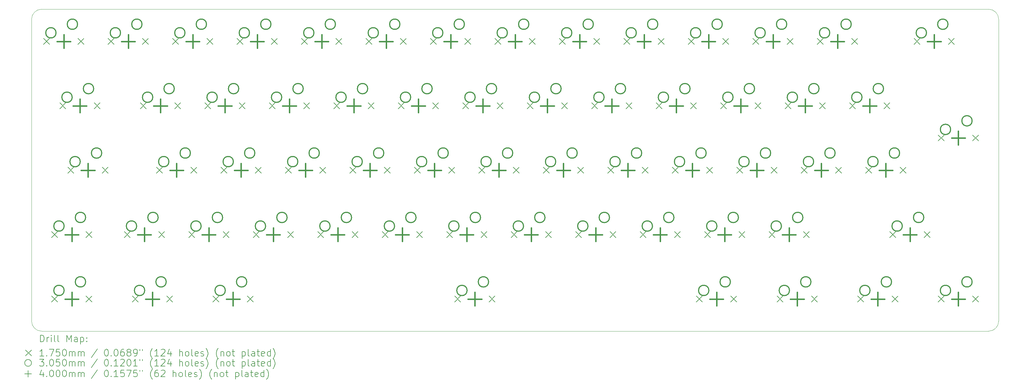
<source format=gbr>
%TF.GenerationSoftware,KiCad,Pcbnew,8.0.3*%
%TF.CreationDate,2024-07-22T15:47:31+08:00*%
%TF.ProjectId,PH60_Rev2,50483630-5f52-4657-9632-2e6b69636164,rev?*%
%TF.SameCoordinates,Original*%
%TF.FileFunction,Drillmap*%
%TF.FilePolarity,Positive*%
%FSLAX45Y45*%
G04 Gerber Fmt 4.5, Leading zero omitted, Abs format (unit mm)*
G04 Created by KiCad (PCBNEW 8.0.3) date 2024-07-22 15:47:31*
%MOMM*%
%LPD*%
G01*
G04 APERTURE LIST*
%ADD10C,0.050000*%
%ADD11C,0.200000*%
%ADD12C,0.175000*%
%ADD13C,0.305000*%
%ADD14C,0.400000*%
G04 APERTURE END LIST*
D10*
X31132500Y-2857500D02*
G75*
G02*
X31432500Y-3157500I0J-300000D01*
G01*
X3157500Y-12382500D02*
X31132500Y-12382500D01*
X31432500Y-12082500D02*
G75*
G02*
X31132500Y-12382500I-300000J0D01*
G01*
X2857500Y-3157500D02*
G75*
G02*
X3157500Y-2857500I300000J0D01*
G01*
X2857500Y-3157500D02*
X2857500Y-12082500D01*
X3157500Y-12382500D02*
G75*
G02*
X2857500Y-12082500I0J300000D01*
G01*
X31132500Y-2857500D02*
X3157500Y-2857500D01*
X31432500Y-12082500D02*
X31432500Y-3157500D01*
D11*
D12*
X3214500Y-3722500D02*
X3389500Y-3897500D01*
X3389500Y-3722500D02*
X3214500Y-3897500D01*
X3452625Y-9437500D02*
X3627625Y-9612500D01*
X3627625Y-9437500D02*
X3452625Y-9612500D01*
X3452625Y-11342500D02*
X3627625Y-11517500D01*
X3627625Y-11342500D02*
X3452625Y-11517500D01*
X3690750Y-5627500D02*
X3865750Y-5802500D01*
X3865750Y-5627500D02*
X3690750Y-5802500D01*
X3928875Y-7532500D02*
X4103875Y-7707500D01*
X4103875Y-7532500D02*
X3928875Y-7707500D01*
X4230500Y-3722500D02*
X4405500Y-3897500D01*
X4405500Y-3722500D02*
X4230500Y-3897500D01*
X4468625Y-9437500D02*
X4643625Y-9612500D01*
X4643625Y-9437500D02*
X4468625Y-9612500D01*
X4468625Y-11342500D02*
X4643625Y-11517500D01*
X4643625Y-11342500D02*
X4468625Y-11517500D01*
X4706750Y-5627500D02*
X4881750Y-5802500D01*
X4881750Y-5627500D02*
X4706750Y-5802500D01*
X4944875Y-7532500D02*
X5119875Y-7707500D01*
X5119875Y-7532500D02*
X4944875Y-7707500D01*
X5119500Y-3722500D02*
X5294500Y-3897500D01*
X5294500Y-3722500D02*
X5119500Y-3897500D01*
X5595750Y-9437500D02*
X5770750Y-9612500D01*
X5770750Y-9437500D02*
X5595750Y-9612500D01*
X5833875Y-11342500D02*
X6008875Y-11517500D01*
X6008875Y-11342500D02*
X5833875Y-11517500D01*
X6072000Y-5627500D02*
X6247000Y-5802500D01*
X6247000Y-5627500D02*
X6072000Y-5802500D01*
X6135500Y-3722500D02*
X6310500Y-3897500D01*
X6310500Y-3722500D02*
X6135500Y-3897500D01*
X6548250Y-7532500D02*
X6723250Y-7707500D01*
X6723250Y-7532500D02*
X6548250Y-7707500D01*
X6611750Y-9437500D02*
X6786750Y-9612500D01*
X6786750Y-9437500D02*
X6611750Y-9612500D01*
X6849875Y-11342500D02*
X7024875Y-11517500D01*
X7024875Y-11342500D02*
X6849875Y-11517500D01*
X7024500Y-3722500D02*
X7199500Y-3897500D01*
X7199500Y-3722500D02*
X7024500Y-3897500D01*
X7088000Y-5627500D02*
X7263000Y-5802500D01*
X7263000Y-5627500D02*
X7088000Y-5802500D01*
X7500750Y-9437500D02*
X7675750Y-9612500D01*
X7675750Y-9437500D02*
X7500750Y-9612500D01*
X7564250Y-7532500D02*
X7739250Y-7707500D01*
X7739250Y-7532500D02*
X7564250Y-7707500D01*
X7977000Y-5627500D02*
X8152000Y-5802500D01*
X8152000Y-5627500D02*
X7977000Y-5802500D01*
X8040500Y-3722500D02*
X8215500Y-3897500D01*
X8215500Y-3722500D02*
X8040500Y-3897500D01*
X8215125Y-11342500D02*
X8390125Y-11517500D01*
X8390125Y-11342500D02*
X8215125Y-11517500D01*
X8453250Y-7532500D02*
X8628250Y-7707500D01*
X8628250Y-7532500D02*
X8453250Y-7707500D01*
X8516750Y-9437500D02*
X8691750Y-9612500D01*
X8691750Y-9437500D02*
X8516750Y-9612500D01*
X8929500Y-3722500D02*
X9104500Y-3897500D01*
X9104500Y-3722500D02*
X8929500Y-3897500D01*
X8993000Y-5627500D02*
X9168000Y-5802500D01*
X9168000Y-5627500D02*
X8993000Y-5802500D01*
X9231125Y-11342500D02*
X9406125Y-11517500D01*
X9406125Y-11342500D02*
X9231125Y-11517500D01*
X9405750Y-9437500D02*
X9580750Y-9612500D01*
X9580750Y-9437500D02*
X9405750Y-9612500D01*
X9469250Y-7532500D02*
X9644250Y-7707500D01*
X9644250Y-7532500D02*
X9469250Y-7707500D01*
X9882000Y-5627500D02*
X10057000Y-5802500D01*
X10057000Y-5627500D02*
X9882000Y-5802500D01*
X9945500Y-3722500D02*
X10120500Y-3897500D01*
X10120500Y-3722500D02*
X9945500Y-3897500D01*
X10358250Y-7532500D02*
X10533250Y-7707500D01*
X10533250Y-7532500D02*
X10358250Y-7707500D01*
X10421750Y-9437500D02*
X10596750Y-9612500D01*
X10596750Y-9437500D02*
X10421750Y-9612500D01*
X10834500Y-3722500D02*
X11009500Y-3897500D01*
X11009500Y-3722500D02*
X10834500Y-3897500D01*
X10898000Y-5627500D02*
X11073000Y-5802500D01*
X11073000Y-5627500D02*
X10898000Y-5802500D01*
X11310750Y-9437500D02*
X11485750Y-9612500D01*
X11485750Y-9437500D02*
X11310750Y-9612500D01*
X11374250Y-7532500D02*
X11549250Y-7707500D01*
X11549250Y-7532500D02*
X11374250Y-7707500D01*
X11787000Y-5627500D02*
X11962000Y-5802500D01*
X11962000Y-5627500D02*
X11787000Y-5802500D01*
X11850500Y-3722500D02*
X12025500Y-3897500D01*
X12025500Y-3722500D02*
X11850500Y-3897500D01*
X12263250Y-7532500D02*
X12438250Y-7707500D01*
X12438250Y-7532500D02*
X12263250Y-7707500D01*
X12326750Y-9437500D02*
X12501750Y-9612500D01*
X12501750Y-9437500D02*
X12326750Y-9612500D01*
X12739500Y-3722500D02*
X12914500Y-3897500D01*
X12914500Y-3722500D02*
X12739500Y-3897500D01*
X12803000Y-5627500D02*
X12978000Y-5802500D01*
X12978000Y-5627500D02*
X12803000Y-5802500D01*
X13215750Y-9437500D02*
X13390750Y-9612500D01*
X13390750Y-9437500D02*
X13215750Y-9612500D01*
X13279250Y-7532500D02*
X13454250Y-7707500D01*
X13454250Y-7532500D02*
X13279250Y-7707500D01*
X13692000Y-5627500D02*
X13867000Y-5802500D01*
X13867000Y-5627500D02*
X13692000Y-5802500D01*
X13755500Y-3722500D02*
X13930500Y-3897500D01*
X13930500Y-3722500D02*
X13755500Y-3897500D01*
X14168250Y-7532500D02*
X14343250Y-7707500D01*
X14343250Y-7532500D02*
X14168250Y-7707500D01*
X14231750Y-9437500D02*
X14406750Y-9612500D01*
X14406750Y-9437500D02*
X14231750Y-9612500D01*
X14644500Y-3722500D02*
X14819500Y-3897500D01*
X14819500Y-3722500D02*
X14644500Y-3897500D01*
X14708000Y-5627500D02*
X14883000Y-5802500D01*
X14883000Y-5627500D02*
X14708000Y-5802500D01*
X15120750Y-9437500D02*
X15295750Y-9612500D01*
X15295750Y-9437500D02*
X15120750Y-9612500D01*
X15184250Y-7532500D02*
X15359250Y-7707500D01*
X15359250Y-7532500D02*
X15184250Y-7707500D01*
X15358875Y-11342500D02*
X15533875Y-11517500D01*
X15533875Y-11342500D02*
X15358875Y-11517500D01*
X15597000Y-5627500D02*
X15772000Y-5802500D01*
X15772000Y-5627500D02*
X15597000Y-5802500D01*
X15660500Y-3722500D02*
X15835500Y-3897500D01*
X15835500Y-3722500D02*
X15660500Y-3897500D01*
X16073250Y-7532500D02*
X16248250Y-7707500D01*
X16248250Y-7532500D02*
X16073250Y-7707500D01*
X16136750Y-9437500D02*
X16311750Y-9612500D01*
X16311750Y-9437500D02*
X16136750Y-9612500D01*
X16374875Y-11342500D02*
X16549875Y-11517500D01*
X16549875Y-11342500D02*
X16374875Y-11517500D01*
X16549500Y-3722500D02*
X16724500Y-3897500D01*
X16724500Y-3722500D02*
X16549500Y-3897500D01*
X16613000Y-5627500D02*
X16788000Y-5802500D01*
X16788000Y-5627500D02*
X16613000Y-5802500D01*
X17025750Y-9437500D02*
X17200750Y-9612500D01*
X17200750Y-9437500D02*
X17025750Y-9612500D01*
X17089250Y-7532500D02*
X17264250Y-7707500D01*
X17264250Y-7532500D02*
X17089250Y-7707500D01*
X17502000Y-5627500D02*
X17677000Y-5802500D01*
X17677000Y-5627500D02*
X17502000Y-5802500D01*
X17565500Y-3722500D02*
X17740500Y-3897500D01*
X17740500Y-3722500D02*
X17565500Y-3897500D01*
X17978250Y-7532500D02*
X18153250Y-7707500D01*
X18153250Y-7532500D02*
X17978250Y-7707500D01*
X18041750Y-9437500D02*
X18216750Y-9612500D01*
X18216750Y-9437500D02*
X18041750Y-9612500D01*
X18454500Y-3722500D02*
X18629500Y-3897500D01*
X18629500Y-3722500D02*
X18454500Y-3897500D01*
X18518000Y-5627500D02*
X18693000Y-5802500D01*
X18693000Y-5627500D02*
X18518000Y-5802500D01*
X18930750Y-9437500D02*
X19105750Y-9612500D01*
X19105750Y-9437500D02*
X18930750Y-9612500D01*
X18994250Y-7532500D02*
X19169250Y-7707500D01*
X19169250Y-7532500D02*
X18994250Y-7707500D01*
X19407000Y-5627500D02*
X19582000Y-5802500D01*
X19582000Y-5627500D02*
X19407000Y-5802500D01*
X19470500Y-3722500D02*
X19645500Y-3897500D01*
X19645500Y-3722500D02*
X19470500Y-3897500D01*
X19883250Y-7532500D02*
X20058250Y-7707500D01*
X20058250Y-7532500D02*
X19883250Y-7707500D01*
X19946750Y-9437500D02*
X20121750Y-9612500D01*
X20121750Y-9437500D02*
X19946750Y-9612500D01*
X20359500Y-3722500D02*
X20534500Y-3897500D01*
X20534500Y-3722500D02*
X20359500Y-3897500D01*
X20423000Y-5627500D02*
X20598000Y-5802500D01*
X20598000Y-5627500D02*
X20423000Y-5802500D01*
X20835750Y-9437500D02*
X21010750Y-9612500D01*
X21010750Y-9437500D02*
X20835750Y-9612500D01*
X20899250Y-7532500D02*
X21074250Y-7707500D01*
X21074250Y-7532500D02*
X20899250Y-7707500D01*
X21312000Y-5627500D02*
X21487000Y-5802500D01*
X21487000Y-5627500D02*
X21312000Y-5802500D01*
X21375500Y-3722500D02*
X21550500Y-3897500D01*
X21550500Y-3722500D02*
X21375500Y-3897500D01*
X21788250Y-7532500D02*
X21963250Y-7707500D01*
X21963250Y-7532500D02*
X21788250Y-7707500D01*
X21851750Y-9437500D02*
X22026750Y-9612500D01*
X22026750Y-9437500D02*
X21851750Y-9612500D01*
X22264500Y-3722500D02*
X22439500Y-3897500D01*
X22439500Y-3722500D02*
X22264500Y-3897500D01*
X22328000Y-5627500D02*
X22503000Y-5802500D01*
X22503000Y-5627500D02*
X22328000Y-5802500D01*
X22502625Y-11342500D02*
X22677625Y-11517500D01*
X22677625Y-11342500D02*
X22502625Y-11517500D01*
X22740750Y-9437500D02*
X22915750Y-9612500D01*
X22915750Y-9437500D02*
X22740750Y-9612500D01*
X22804250Y-7532500D02*
X22979250Y-7707500D01*
X22979250Y-7532500D02*
X22804250Y-7707500D01*
X23217000Y-5627500D02*
X23392000Y-5802500D01*
X23392000Y-5627500D02*
X23217000Y-5802500D01*
X23280500Y-3722500D02*
X23455500Y-3897500D01*
X23455500Y-3722500D02*
X23280500Y-3897500D01*
X23518625Y-11342500D02*
X23693625Y-11517500D01*
X23693625Y-11342500D02*
X23518625Y-11517500D01*
X23693250Y-7532500D02*
X23868250Y-7707500D01*
X23868250Y-7532500D02*
X23693250Y-7707500D01*
X23756750Y-9437500D02*
X23931750Y-9612500D01*
X23931750Y-9437500D02*
X23756750Y-9612500D01*
X24169500Y-3722500D02*
X24344500Y-3897500D01*
X24344500Y-3722500D02*
X24169500Y-3897500D01*
X24233000Y-5627500D02*
X24408000Y-5802500D01*
X24408000Y-5627500D02*
X24233000Y-5802500D01*
X24645750Y-9437500D02*
X24820750Y-9612500D01*
X24820750Y-9437500D02*
X24645750Y-9612500D01*
X24709250Y-7532500D02*
X24884250Y-7707500D01*
X24884250Y-7532500D02*
X24709250Y-7707500D01*
X24883875Y-11342500D02*
X25058875Y-11517500D01*
X25058875Y-11342500D02*
X24883875Y-11517500D01*
X25122000Y-5627500D02*
X25297000Y-5802500D01*
X25297000Y-5627500D02*
X25122000Y-5802500D01*
X25185500Y-3722500D02*
X25360500Y-3897500D01*
X25360500Y-3722500D02*
X25185500Y-3897500D01*
X25598250Y-7532500D02*
X25773250Y-7707500D01*
X25773250Y-7532500D02*
X25598250Y-7707500D01*
X25661750Y-9437500D02*
X25836750Y-9612500D01*
X25836750Y-9437500D02*
X25661750Y-9612500D01*
X25899875Y-11342500D02*
X26074875Y-11517500D01*
X26074875Y-11342500D02*
X25899875Y-11517500D01*
X26074500Y-3722500D02*
X26249500Y-3897500D01*
X26249500Y-3722500D02*
X26074500Y-3897500D01*
X26138000Y-5627500D02*
X26313000Y-5802500D01*
X26313000Y-5627500D02*
X26138000Y-5802500D01*
X26614250Y-7532500D02*
X26789250Y-7707500D01*
X26789250Y-7532500D02*
X26614250Y-7707500D01*
X27027000Y-5627500D02*
X27202000Y-5802500D01*
X27202000Y-5627500D02*
X27027000Y-5802500D01*
X27090500Y-3722500D02*
X27265500Y-3897500D01*
X27265500Y-3722500D02*
X27090500Y-3897500D01*
X27265125Y-11342500D02*
X27440125Y-11517500D01*
X27440125Y-11342500D02*
X27265125Y-11517500D01*
X27503250Y-7532500D02*
X27678250Y-7707500D01*
X27678250Y-7532500D02*
X27503250Y-7707500D01*
X28043000Y-5627500D02*
X28218000Y-5802500D01*
X28218000Y-5627500D02*
X28043000Y-5802500D01*
X28217625Y-9437500D02*
X28392625Y-9612500D01*
X28392625Y-9437500D02*
X28217625Y-9612500D01*
X28281125Y-11342500D02*
X28456125Y-11517500D01*
X28456125Y-11342500D02*
X28281125Y-11517500D01*
X28519250Y-7532500D02*
X28694250Y-7707500D01*
X28694250Y-7532500D02*
X28519250Y-7707500D01*
X28932000Y-3722500D02*
X29107000Y-3897500D01*
X29107000Y-3722500D02*
X28932000Y-3897500D01*
X29233625Y-9437500D02*
X29408625Y-9612500D01*
X29408625Y-9437500D02*
X29233625Y-9612500D01*
X29646375Y-6580000D02*
X29821375Y-6755000D01*
X29821375Y-6580000D02*
X29646375Y-6755000D01*
X29646375Y-11342500D02*
X29821375Y-11517500D01*
X29821375Y-11342500D02*
X29646375Y-11517500D01*
X29948000Y-3722500D02*
X30123000Y-3897500D01*
X30123000Y-3722500D02*
X29948000Y-3897500D01*
X30662375Y-6580000D02*
X30837375Y-6755000D01*
X30837375Y-6580000D02*
X30662375Y-6755000D01*
X30662375Y-11342500D02*
X30837375Y-11517500D01*
X30837375Y-11342500D02*
X30662375Y-11517500D01*
D13*
X3581500Y-3556000D02*
G75*
G02*
X3276500Y-3556000I-152500J0D01*
G01*
X3276500Y-3556000D02*
G75*
G02*
X3581500Y-3556000I152500J0D01*
G01*
X3819625Y-9271000D02*
G75*
G02*
X3514625Y-9271000I-152500J0D01*
G01*
X3514625Y-9271000D02*
G75*
G02*
X3819625Y-9271000I152500J0D01*
G01*
X3819625Y-11176000D02*
G75*
G02*
X3514625Y-11176000I-152500J0D01*
G01*
X3514625Y-11176000D02*
G75*
G02*
X3819625Y-11176000I152500J0D01*
G01*
X4057750Y-5461000D02*
G75*
G02*
X3752750Y-5461000I-152500J0D01*
G01*
X3752750Y-5461000D02*
G75*
G02*
X4057750Y-5461000I152500J0D01*
G01*
X4216500Y-3302000D02*
G75*
G02*
X3911500Y-3302000I-152500J0D01*
G01*
X3911500Y-3302000D02*
G75*
G02*
X4216500Y-3302000I152500J0D01*
G01*
X4295875Y-7366000D02*
G75*
G02*
X3990875Y-7366000I-152500J0D01*
G01*
X3990875Y-7366000D02*
G75*
G02*
X4295875Y-7366000I152500J0D01*
G01*
X4454625Y-9017000D02*
G75*
G02*
X4149625Y-9017000I-152500J0D01*
G01*
X4149625Y-9017000D02*
G75*
G02*
X4454625Y-9017000I152500J0D01*
G01*
X4454625Y-10922000D02*
G75*
G02*
X4149625Y-10922000I-152500J0D01*
G01*
X4149625Y-10922000D02*
G75*
G02*
X4454625Y-10922000I152500J0D01*
G01*
X4692750Y-5207000D02*
G75*
G02*
X4387750Y-5207000I-152500J0D01*
G01*
X4387750Y-5207000D02*
G75*
G02*
X4692750Y-5207000I152500J0D01*
G01*
X4930875Y-7112000D02*
G75*
G02*
X4625875Y-7112000I-152500J0D01*
G01*
X4625875Y-7112000D02*
G75*
G02*
X4930875Y-7112000I152500J0D01*
G01*
X5486500Y-3556000D02*
G75*
G02*
X5181500Y-3556000I-152500J0D01*
G01*
X5181500Y-3556000D02*
G75*
G02*
X5486500Y-3556000I152500J0D01*
G01*
X5962750Y-9271000D02*
G75*
G02*
X5657750Y-9271000I-152500J0D01*
G01*
X5657750Y-9271000D02*
G75*
G02*
X5962750Y-9271000I152500J0D01*
G01*
X6121500Y-3302000D02*
G75*
G02*
X5816500Y-3302000I-152500J0D01*
G01*
X5816500Y-3302000D02*
G75*
G02*
X6121500Y-3302000I152500J0D01*
G01*
X6200875Y-11176000D02*
G75*
G02*
X5895875Y-11176000I-152500J0D01*
G01*
X5895875Y-11176000D02*
G75*
G02*
X6200875Y-11176000I152500J0D01*
G01*
X6439000Y-5461000D02*
G75*
G02*
X6134000Y-5461000I-152500J0D01*
G01*
X6134000Y-5461000D02*
G75*
G02*
X6439000Y-5461000I152500J0D01*
G01*
X6597750Y-9017000D02*
G75*
G02*
X6292750Y-9017000I-152500J0D01*
G01*
X6292750Y-9017000D02*
G75*
G02*
X6597750Y-9017000I152500J0D01*
G01*
X6835875Y-10922000D02*
G75*
G02*
X6530875Y-10922000I-152500J0D01*
G01*
X6530875Y-10922000D02*
G75*
G02*
X6835875Y-10922000I152500J0D01*
G01*
X6915250Y-7366000D02*
G75*
G02*
X6610250Y-7366000I-152500J0D01*
G01*
X6610250Y-7366000D02*
G75*
G02*
X6915250Y-7366000I152500J0D01*
G01*
X7074000Y-5207000D02*
G75*
G02*
X6769000Y-5207000I-152500J0D01*
G01*
X6769000Y-5207000D02*
G75*
G02*
X7074000Y-5207000I152500J0D01*
G01*
X7391500Y-3556000D02*
G75*
G02*
X7086500Y-3556000I-152500J0D01*
G01*
X7086500Y-3556000D02*
G75*
G02*
X7391500Y-3556000I152500J0D01*
G01*
X7550250Y-7112000D02*
G75*
G02*
X7245250Y-7112000I-152500J0D01*
G01*
X7245250Y-7112000D02*
G75*
G02*
X7550250Y-7112000I152500J0D01*
G01*
X7867750Y-9271000D02*
G75*
G02*
X7562750Y-9271000I-152500J0D01*
G01*
X7562750Y-9271000D02*
G75*
G02*
X7867750Y-9271000I152500J0D01*
G01*
X8026500Y-3302000D02*
G75*
G02*
X7721500Y-3302000I-152500J0D01*
G01*
X7721500Y-3302000D02*
G75*
G02*
X8026500Y-3302000I152500J0D01*
G01*
X8344000Y-5461000D02*
G75*
G02*
X8039000Y-5461000I-152500J0D01*
G01*
X8039000Y-5461000D02*
G75*
G02*
X8344000Y-5461000I152500J0D01*
G01*
X8502750Y-9017000D02*
G75*
G02*
X8197750Y-9017000I-152500J0D01*
G01*
X8197750Y-9017000D02*
G75*
G02*
X8502750Y-9017000I152500J0D01*
G01*
X8582125Y-11176000D02*
G75*
G02*
X8277125Y-11176000I-152500J0D01*
G01*
X8277125Y-11176000D02*
G75*
G02*
X8582125Y-11176000I152500J0D01*
G01*
X8820250Y-7366000D02*
G75*
G02*
X8515250Y-7366000I-152500J0D01*
G01*
X8515250Y-7366000D02*
G75*
G02*
X8820250Y-7366000I152500J0D01*
G01*
X8979000Y-5207000D02*
G75*
G02*
X8674000Y-5207000I-152500J0D01*
G01*
X8674000Y-5207000D02*
G75*
G02*
X8979000Y-5207000I152500J0D01*
G01*
X9217125Y-10922000D02*
G75*
G02*
X8912125Y-10922000I-152500J0D01*
G01*
X8912125Y-10922000D02*
G75*
G02*
X9217125Y-10922000I152500J0D01*
G01*
X9296500Y-3556000D02*
G75*
G02*
X8991500Y-3556000I-152500J0D01*
G01*
X8991500Y-3556000D02*
G75*
G02*
X9296500Y-3556000I152500J0D01*
G01*
X9455250Y-7112000D02*
G75*
G02*
X9150250Y-7112000I-152500J0D01*
G01*
X9150250Y-7112000D02*
G75*
G02*
X9455250Y-7112000I152500J0D01*
G01*
X9772750Y-9271000D02*
G75*
G02*
X9467750Y-9271000I-152500J0D01*
G01*
X9467750Y-9271000D02*
G75*
G02*
X9772750Y-9271000I152500J0D01*
G01*
X9931500Y-3302000D02*
G75*
G02*
X9626500Y-3302000I-152500J0D01*
G01*
X9626500Y-3302000D02*
G75*
G02*
X9931500Y-3302000I152500J0D01*
G01*
X10249000Y-5461000D02*
G75*
G02*
X9944000Y-5461000I-152500J0D01*
G01*
X9944000Y-5461000D02*
G75*
G02*
X10249000Y-5461000I152500J0D01*
G01*
X10407750Y-9017000D02*
G75*
G02*
X10102750Y-9017000I-152500J0D01*
G01*
X10102750Y-9017000D02*
G75*
G02*
X10407750Y-9017000I152500J0D01*
G01*
X10725250Y-7366000D02*
G75*
G02*
X10420250Y-7366000I-152500J0D01*
G01*
X10420250Y-7366000D02*
G75*
G02*
X10725250Y-7366000I152500J0D01*
G01*
X10884000Y-5207000D02*
G75*
G02*
X10579000Y-5207000I-152500J0D01*
G01*
X10579000Y-5207000D02*
G75*
G02*
X10884000Y-5207000I152500J0D01*
G01*
X11201500Y-3556000D02*
G75*
G02*
X10896500Y-3556000I-152500J0D01*
G01*
X10896500Y-3556000D02*
G75*
G02*
X11201500Y-3556000I152500J0D01*
G01*
X11360250Y-7112000D02*
G75*
G02*
X11055250Y-7112000I-152500J0D01*
G01*
X11055250Y-7112000D02*
G75*
G02*
X11360250Y-7112000I152500J0D01*
G01*
X11677750Y-9271000D02*
G75*
G02*
X11372750Y-9271000I-152500J0D01*
G01*
X11372750Y-9271000D02*
G75*
G02*
X11677750Y-9271000I152500J0D01*
G01*
X11836500Y-3302000D02*
G75*
G02*
X11531500Y-3302000I-152500J0D01*
G01*
X11531500Y-3302000D02*
G75*
G02*
X11836500Y-3302000I152500J0D01*
G01*
X12154000Y-5461000D02*
G75*
G02*
X11849000Y-5461000I-152500J0D01*
G01*
X11849000Y-5461000D02*
G75*
G02*
X12154000Y-5461000I152500J0D01*
G01*
X12312750Y-9017000D02*
G75*
G02*
X12007750Y-9017000I-152500J0D01*
G01*
X12007750Y-9017000D02*
G75*
G02*
X12312750Y-9017000I152500J0D01*
G01*
X12630250Y-7366000D02*
G75*
G02*
X12325250Y-7366000I-152500J0D01*
G01*
X12325250Y-7366000D02*
G75*
G02*
X12630250Y-7366000I152500J0D01*
G01*
X12789000Y-5207000D02*
G75*
G02*
X12484000Y-5207000I-152500J0D01*
G01*
X12484000Y-5207000D02*
G75*
G02*
X12789000Y-5207000I152500J0D01*
G01*
X13106500Y-3556000D02*
G75*
G02*
X12801500Y-3556000I-152500J0D01*
G01*
X12801500Y-3556000D02*
G75*
G02*
X13106500Y-3556000I152500J0D01*
G01*
X13265250Y-7112000D02*
G75*
G02*
X12960250Y-7112000I-152500J0D01*
G01*
X12960250Y-7112000D02*
G75*
G02*
X13265250Y-7112000I152500J0D01*
G01*
X13582750Y-9271000D02*
G75*
G02*
X13277750Y-9271000I-152500J0D01*
G01*
X13277750Y-9271000D02*
G75*
G02*
X13582750Y-9271000I152500J0D01*
G01*
X13741500Y-3302000D02*
G75*
G02*
X13436500Y-3302000I-152500J0D01*
G01*
X13436500Y-3302000D02*
G75*
G02*
X13741500Y-3302000I152500J0D01*
G01*
X14059000Y-5461000D02*
G75*
G02*
X13754000Y-5461000I-152500J0D01*
G01*
X13754000Y-5461000D02*
G75*
G02*
X14059000Y-5461000I152500J0D01*
G01*
X14217750Y-9017000D02*
G75*
G02*
X13912750Y-9017000I-152500J0D01*
G01*
X13912750Y-9017000D02*
G75*
G02*
X14217750Y-9017000I152500J0D01*
G01*
X14535250Y-7366000D02*
G75*
G02*
X14230250Y-7366000I-152500J0D01*
G01*
X14230250Y-7366000D02*
G75*
G02*
X14535250Y-7366000I152500J0D01*
G01*
X14694000Y-5207000D02*
G75*
G02*
X14389000Y-5207000I-152500J0D01*
G01*
X14389000Y-5207000D02*
G75*
G02*
X14694000Y-5207000I152500J0D01*
G01*
X15011500Y-3556000D02*
G75*
G02*
X14706500Y-3556000I-152500J0D01*
G01*
X14706500Y-3556000D02*
G75*
G02*
X15011500Y-3556000I152500J0D01*
G01*
X15170250Y-7112000D02*
G75*
G02*
X14865250Y-7112000I-152500J0D01*
G01*
X14865250Y-7112000D02*
G75*
G02*
X15170250Y-7112000I152500J0D01*
G01*
X15487750Y-9271000D02*
G75*
G02*
X15182750Y-9271000I-152500J0D01*
G01*
X15182750Y-9271000D02*
G75*
G02*
X15487750Y-9271000I152500J0D01*
G01*
X15646500Y-3302000D02*
G75*
G02*
X15341500Y-3302000I-152500J0D01*
G01*
X15341500Y-3302000D02*
G75*
G02*
X15646500Y-3302000I152500J0D01*
G01*
X15725875Y-11176000D02*
G75*
G02*
X15420875Y-11176000I-152500J0D01*
G01*
X15420875Y-11176000D02*
G75*
G02*
X15725875Y-11176000I152500J0D01*
G01*
X15964000Y-5461000D02*
G75*
G02*
X15659000Y-5461000I-152500J0D01*
G01*
X15659000Y-5461000D02*
G75*
G02*
X15964000Y-5461000I152500J0D01*
G01*
X16122750Y-9017000D02*
G75*
G02*
X15817750Y-9017000I-152500J0D01*
G01*
X15817750Y-9017000D02*
G75*
G02*
X16122750Y-9017000I152500J0D01*
G01*
X16360875Y-10922000D02*
G75*
G02*
X16055875Y-10922000I-152500J0D01*
G01*
X16055875Y-10922000D02*
G75*
G02*
X16360875Y-10922000I152500J0D01*
G01*
X16440250Y-7366000D02*
G75*
G02*
X16135250Y-7366000I-152500J0D01*
G01*
X16135250Y-7366000D02*
G75*
G02*
X16440250Y-7366000I152500J0D01*
G01*
X16599000Y-5207000D02*
G75*
G02*
X16294000Y-5207000I-152500J0D01*
G01*
X16294000Y-5207000D02*
G75*
G02*
X16599000Y-5207000I152500J0D01*
G01*
X16916500Y-3556000D02*
G75*
G02*
X16611500Y-3556000I-152500J0D01*
G01*
X16611500Y-3556000D02*
G75*
G02*
X16916500Y-3556000I152500J0D01*
G01*
X17075250Y-7112000D02*
G75*
G02*
X16770250Y-7112000I-152500J0D01*
G01*
X16770250Y-7112000D02*
G75*
G02*
X17075250Y-7112000I152500J0D01*
G01*
X17392750Y-9271000D02*
G75*
G02*
X17087750Y-9271000I-152500J0D01*
G01*
X17087750Y-9271000D02*
G75*
G02*
X17392750Y-9271000I152500J0D01*
G01*
X17551500Y-3302000D02*
G75*
G02*
X17246500Y-3302000I-152500J0D01*
G01*
X17246500Y-3302000D02*
G75*
G02*
X17551500Y-3302000I152500J0D01*
G01*
X17869000Y-5461000D02*
G75*
G02*
X17564000Y-5461000I-152500J0D01*
G01*
X17564000Y-5461000D02*
G75*
G02*
X17869000Y-5461000I152500J0D01*
G01*
X18027750Y-9017000D02*
G75*
G02*
X17722750Y-9017000I-152500J0D01*
G01*
X17722750Y-9017000D02*
G75*
G02*
X18027750Y-9017000I152500J0D01*
G01*
X18345250Y-7366000D02*
G75*
G02*
X18040250Y-7366000I-152500J0D01*
G01*
X18040250Y-7366000D02*
G75*
G02*
X18345250Y-7366000I152500J0D01*
G01*
X18504000Y-5207000D02*
G75*
G02*
X18199000Y-5207000I-152500J0D01*
G01*
X18199000Y-5207000D02*
G75*
G02*
X18504000Y-5207000I152500J0D01*
G01*
X18821500Y-3556000D02*
G75*
G02*
X18516500Y-3556000I-152500J0D01*
G01*
X18516500Y-3556000D02*
G75*
G02*
X18821500Y-3556000I152500J0D01*
G01*
X18980250Y-7112000D02*
G75*
G02*
X18675250Y-7112000I-152500J0D01*
G01*
X18675250Y-7112000D02*
G75*
G02*
X18980250Y-7112000I152500J0D01*
G01*
X19297750Y-9271000D02*
G75*
G02*
X18992750Y-9271000I-152500J0D01*
G01*
X18992750Y-9271000D02*
G75*
G02*
X19297750Y-9271000I152500J0D01*
G01*
X19456500Y-3302000D02*
G75*
G02*
X19151500Y-3302000I-152500J0D01*
G01*
X19151500Y-3302000D02*
G75*
G02*
X19456500Y-3302000I152500J0D01*
G01*
X19774000Y-5461000D02*
G75*
G02*
X19469000Y-5461000I-152500J0D01*
G01*
X19469000Y-5461000D02*
G75*
G02*
X19774000Y-5461000I152500J0D01*
G01*
X19932750Y-9017000D02*
G75*
G02*
X19627750Y-9017000I-152500J0D01*
G01*
X19627750Y-9017000D02*
G75*
G02*
X19932750Y-9017000I152500J0D01*
G01*
X20250250Y-7366000D02*
G75*
G02*
X19945250Y-7366000I-152500J0D01*
G01*
X19945250Y-7366000D02*
G75*
G02*
X20250250Y-7366000I152500J0D01*
G01*
X20409000Y-5207000D02*
G75*
G02*
X20104000Y-5207000I-152500J0D01*
G01*
X20104000Y-5207000D02*
G75*
G02*
X20409000Y-5207000I152500J0D01*
G01*
X20726500Y-3556000D02*
G75*
G02*
X20421500Y-3556000I-152500J0D01*
G01*
X20421500Y-3556000D02*
G75*
G02*
X20726500Y-3556000I152500J0D01*
G01*
X20885250Y-7112000D02*
G75*
G02*
X20580250Y-7112000I-152500J0D01*
G01*
X20580250Y-7112000D02*
G75*
G02*
X20885250Y-7112000I152500J0D01*
G01*
X21202750Y-9271000D02*
G75*
G02*
X20897750Y-9271000I-152500J0D01*
G01*
X20897750Y-9271000D02*
G75*
G02*
X21202750Y-9271000I152500J0D01*
G01*
X21361500Y-3302000D02*
G75*
G02*
X21056500Y-3302000I-152500J0D01*
G01*
X21056500Y-3302000D02*
G75*
G02*
X21361500Y-3302000I152500J0D01*
G01*
X21679000Y-5461000D02*
G75*
G02*
X21374000Y-5461000I-152500J0D01*
G01*
X21374000Y-5461000D02*
G75*
G02*
X21679000Y-5461000I152500J0D01*
G01*
X21837750Y-9017000D02*
G75*
G02*
X21532750Y-9017000I-152500J0D01*
G01*
X21532750Y-9017000D02*
G75*
G02*
X21837750Y-9017000I152500J0D01*
G01*
X22155250Y-7366000D02*
G75*
G02*
X21850250Y-7366000I-152500J0D01*
G01*
X21850250Y-7366000D02*
G75*
G02*
X22155250Y-7366000I152500J0D01*
G01*
X22314000Y-5207000D02*
G75*
G02*
X22009000Y-5207000I-152500J0D01*
G01*
X22009000Y-5207000D02*
G75*
G02*
X22314000Y-5207000I152500J0D01*
G01*
X22631500Y-3556000D02*
G75*
G02*
X22326500Y-3556000I-152500J0D01*
G01*
X22326500Y-3556000D02*
G75*
G02*
X22631500Y-3556000I152500J0D01*
G01*
X22790250Y-7112000D02*
G75*
G02*
X22485250Y-7112000I-152500J0D01*
G01*
X22485250Y-7112000D02*
G75*
G02*
X22790250Y-7112000I152500J0D01*
G01*
X22869625Y-11176000D02*
G75*
G02*
X22564625Y-11176000I-152500J0D01*
G01*
X22564625Y-11176000D02*
G75*
G02*
X22869625Y-11176000I152500J0D01*
G01*
X23107750Y-9271000D02*
G75*
G02*
X22802750Y-9271000I-152500J0D01*
G01*
X22802750Y-9271000D02*
G75*
G02*
X23107750Y-9271000I152500J0D01*
G01*
X23266500Y-3302000D02*
G75*
G02*
X22961500Y-3302000I-152500J0D01*
G01*
X22961500Y-3302000D02*
G75*
G02*
X23266500Y-3302000I152500J0D01*
G01*
X23504625Y-10922000D02*
G75*
G02*
X23199625Y-10922000I-152500J0D01*
G01*
X23199625Y-10922000D02*
G75*
G02*
X23504625Y-10922000I152500J0D01*
G01*
X23584000Y-5461000D02*
G75*
G02*
X23279000Y-5461000I-152500J0D01*
G01*
X23279000Y-5461000D02*
G75*
G02*
X23584000Y-5461000I152500J0D01*
G01*
X23742750Y-9017000D02*
G75*
G02*
X23437750Y-9017000I-152500J0D01*
G01*
X23437750Y-9017000D02*
G75*
G02*
X23742750Y-9017000I152500J0D01*
G01*
X24060250Y-7366000D02*
G75*
G02*
X23755250Y-7366000I-152500J0D01*
G01*
X23755250Y-7366000D02*
G75*
G02*
X24060250Y-7366000I152500J0D01*
G01*
X24219000Y-5207000D02*
G75*
G02*
X23914000Y-5207000I-152500J0D01*
G01*
X23914000Y-5207000D02*
G75*
G02*
X24219000Y-5207000I152500J0D01*
G01*
X24536500Y-3556000D02*
G75*
G02*
X24231500Y-3556000I-152500J0D01*
G01*
X24231500Y-3556000D02*
G75*
G02*
X24536500Y-3556000I152500J0D01*
G01*
X24695250Y-7112000D02*
G75*
G02*
X24390250Y-7112000I-152500J0D01*
G01*
X24390250Y-7112000D02*
G75*
G02*
X24695250Y-7112000I152500J0D01*
G01*
X25012750Y-9271000D02*
G75*
G02*
X24707750Y-9271000I-152500J0D01*
G01*
X24707750Y-9271000D02*
G75*
G02*
X25012750Y-9271000I152500J0D01*
G01*
X25171500Y-3302000D02*
G75*
G02*
X24866500Y-3302000I-152500J0D01*
G01*
X24866500Y-3302000D02*
G75*
G02*
X25171500Y-3302000I152500J0D01*
G01*
X25250875Y-11176000D02*
G75*
G02*
X24945875Y-11176000I-152500J0D01*
G01*
X24945875Y-11176000D02*
G75*
G02*
X25250875Y-11176000I152500J0D01*
G01*
X25489000Y-5461000D02*
G75*
G02*
X25184000Y-5461000I-152500J0D01*
G01*
X25184000Y-5461000D02*
G75*
G02*
X25489000Y-5461000I152500J0D01*
G01*
X25647750Y-9017000D02*
G75*
G02*
X25342750Y-9017000I-152500J0D01*
G01*
X25342750Y-9017000D02*
G75*
G02*
X25647750Y-9017000I152500J0D01*
G01*
X25885875Y-10922000D02*
G75*
G02*
X25580875Y-10922000I-152500J0D01*
G01*
X25580875Y-10922000D02*
G75*
G02*
X25885875Y-10922000I152500J0D01*
G01*
X25965250Y-7366000D02*
G75*
G02*
X25660250Y-7366000I-152500J0D01*
G01*
X25660250Y-7366000D02*
G75*
G02*
X25965250Y-7366000I152500J0D01*
G01*
X26124000Y-5207000D02*
G75*
G02*
X25819000Y-5207000I-152500J0D01*
G01*
X25819000Y-5207000D02*
G75*
G02*
X26124000Y-5207000I152500J0D01*
G01*
X26441500Y-3556000D02*
G75*
G02*
X26136500Y-3556000I-152500J0D01*
G01*
X26136500Y-3556000D02*
G75*
G02*
X26441500Y-3556000I152500J0D01*
G01*
X26600250Y-7112000D02*
G75*
G02*
X26295250Y-7112000I-152500J0D01*
G01*
X26295250Y-7112000D02*
G75*
G02*
X26600250Y-7112000I152500J0D01*
G01*
X27076500Y-3302000D02*
G75*
G02*
X26771500Y-3302000I-152500J0D01*
G01*
X26771500Y-3302000D02*
G75*
G02*
X27076500Y-3302000I152500J0D01*
G01*
X27394000Y-5461000D02*
G75*
G02*
X27089000Y-5461000I-152500J0D01*
G01*
X27089000Y-5461000D02*
G75*
G02*
X27394000Y-5461000I152500J0D01*
G01*
X27632125Y-11176000D02*
G75*
G02*
X27327125Y-11176000I-152500J0D01*
G01*
X27327125Y-11176000D02*
G75*
G02*
X27632125Y-11176000I152500J0D01*
G01*
X27870250Y-7366000D02*
G75*
G02*
X27565250Y-7366000I-152500J0D01*
G01*
X27565250Y-7366000D02*
G75*
G02*
X27870250Y-7366000I152500J0D01*
G01*
X28029000Y-5207000D02*
G75*
G02*
X27724000Y-5207000I-152500J0D01*
G01*
X27724000Y-5207000D02*
G75*
G02*
X28029000Y-5207000I152500J0D01*
G01*
X28267125Y-10922000D02*
G75*
G02*
X27962125Y-10922000I-152500J0D01*
G01*
X27962125Y-10922000D02*
G75*
G02*
X28267125Y-10922000I152500J0D01*
G01*
X28505250Y-7112000D02*
G75*
G02*
X28200250Y-7112000I-152500J0D01*
G01*
X28200250Y-7112000D02*
G75*
G02*
X28505250Y-7112000I152500J0D01*
G01*
X28584625Y-9271000D02*
G75*
G02*
X28279625Y-9271000I-152500J0D01*
G01*
X28279625Y-9271000D02*
G75*
G02*
X28584625Y-9271000I152500J0D01*
G01*
X29219625Y-9017000D02*
G75*
G02*
X28914625Y-9017000I-152500J0D01*
G01*
X28914625Y-9017000D02*
G75*
G02*
X29219625Y-9017000I152500J0D01*
G01*
X29299000Y-3556000D02*
G75*
G02*
X28994000Y-3556000I-152500J0D01*
G01*
X28994000Y-3556000D02*
G75*
G02*
X29299000Y-3556000I152500J0D01*
G01*
X29934000Y-3302000D02*
G75*
G02*
X29629000Y-3302000I-152500J0D01*
G01*
X29629000Y-3302000D02*
G75*
G02*
X29934000Y-3302000I152500J0D01*
G01*
X30013375Y-6413500D02*
G75*
G02*
X29708375Y-6413500I-152500J0D01*
G01*
X29708375Y-6413500D02*
G75*
G02*
X30013375Y-6413500I152500J0D01*
G01*
X30013375Y-11176000D02*
G75*
G02*
X29708375Y-11176000I-152500J0D01*
G01*
X29708375Y-11176000D02*
G75*
G02*
X30013375Y-11176000I152500J0D01*
G01*
X30648375Y-6159500D02*
G75*
G02*
X30343375Y-6159500I-152500J0D01*
G01*
X30343375Y-6159500D02*
G75*
G02*
X30648375Y-6159500I152500J0D01*
G01*
X30648375Y-10922000D02*
G75*
G02*
X30343375Y-10922000I-152500J0D01*
G01*
X30343375Y-10922000D02*
G75*
G02*
X30648375Y-10922000I152500J0D01*
G01*
D14*
X3810000Y-3610000D02*
X3810000Y-4010000D01*
X3610000Y-3810000D02*
X4010000Y-3810000D01*
X4048125Y-9325000D02*
X4048125Y-9725000D01*
X3848125Y-9525000D02*
X4248125Y-9525000D01*
X4048125Y-11230000D02*
X4048125Y-11630000D01*
X3848125Y-11430000D02*
X4248125Y-11430000D01*
X4286250Y-5515000D02*
X4286250Y-5915000D01*
X4086250Y-5715000D02*
X4486250Y-5715000D01*
X4524375Y-7420000D02*
X4524375Y-7820000D01*
X4324375Y-7620000D02*
X4724375Y-7620000D01*
X5715000Y-3610000D02*
X5715000Y-4010000D01*
X5515000Y-3810000D02*
X5915000Y-3810000D01*
X6191250Y-9325000D02*
X6191250Y-9725000D01*
X5991250Y-9525000D02*
X6391250Y-9525000D01*
X6429375Y-11230000D02*
X6429375Y-11630000D01*
X6229375Y-11430000D02*
X6629375Y-11430000D01*
X6667500Y-5515000D02*
X6667500Y-5915000D01*
X6467500Y-5715000D02*
X6867500Y-5715000D01*
X7143750Y-7420000D02*
X7143750Y-7820000D01*
X6943750Y-7620000D02*
X7343750Y-7620000D01*
X7620000Y-3610000D02*
X7620000Y-4010000D01*
X7420000Y-3810000D02*
X7820000Y-3810000D01*
X8096250Y-9325000D02*
X8096250Y-9725000D01*
X7896250Y-9525000D02*
X8296250Y-9525000D01*
X8572500Y-5515000D02*
X8572500Y-5915000D01*
X8372500Y-5715000D02*
X8772500Y-5715000D01*
X8810625Y-11230000D02*
X8810625Y-11630000D01*
X8610625Y-11430000D02*
X9010625Y-11430000D01*
X9048750Y-7420000D02*
X9048750Y-7820000D01*
X8848750Y-7620000D02*
X9248750Y-7620000D01*
X9525000Y-3610000D02*
X9525000Y-4010000D01*
X9325000Y-3810000D02*
X9725000Y-3810000D01*
X10001250Y-9325000D02*
X10001250Y-9725000D01*
X9801250Y-9525000D02*
X10201250Y-9525000D01*
X10477500Y-5515000D02*
X10477500Y-5915000D01*
X10277500Y-5715000D02*
X10677500Y-5715000D01*
X10953750Y-7420000D02*
X10953750Y-7820000D01*
X10753750Y-7620000D02*
X11153750Y-7620000D01*
X11430000Y-3610000D02*
X11430000Y-4010000D01*
X11230000Y-3810000D02*
X11630000Y-3810000D01*
X11906250Y-9325000D02*
X11906250Y-9725000D01*
X11706250Y-9525000D02*
X12106250Y-9525000D01*
X12382500Y-5515000D02*
X12382500Y-5915000D01*
X12182500Y-5715000D02*
X12582500Y-5715000D01*
X12858750Y-7420000D02*
X12858750Y-7820000D01*
X12658750Y-7620000D02*
X13058750Y-7620000D01*
X13335000Y-3610000D02*
X13335000Y-4010000D01*
X13135000Y-3810000D02*
X13535000Y-3810000D01*
X13811250Y-9325000D02*
X13811250Y-9725000D01*
X13611250Y-9525000D02*
X14011250Y-9525000D01*
X14287500Y-5515000D02*
X14287500Y-5915000D01*
X14087500Y-5715000D02*
X14487500Y-5715000D01*
X14763750Y-7420000D02*
X14763750Y-7820000D01*
X14563750Y-7620000D02*
X14963750Y-7620000D01*
X15240000Y-3610000D02*
X15240000Y-4010000D01*
X15040000Y-3810000D02*
X15440000Y-3810000D01*
X15716250Y-9325000D02*
X15716250Y-9725000D01*
X15516250Y-9525000D02*
X15916250Y-9525000D01*
X15954375Y-11230000D02*
X15954375Y-11630000D01*
X15754375Y-11430000D02*
X16154375Y-11430000D01*
X16192500Y-5515000D02*
X16192500Y-5915000D01*
X15992500Y-5715000D02*
X16392500Y-5715000D01*
X16668750Y-7420000D02*
X16668750Y-7820000D01*
X16468750Y-7620000D02*
X16868750Y-7620000D01*
X17145000Y-3610000D02*
X17145000Y-4010000D01*
X16945000Y-3810000D02*
X17345000Y-3810000D01*
X17621250Y-9325000D02*
X17621250Y-9725000D01*
X17421250Y-9525000D02*
X17821250Y-9525000D01*
X18097500Y-5515000D02*
X18097500Y-5915000D01*
X17897500Y-5715000D02*
X18297500Y-5715000D01*
X18573750Y-7420000D02*
X18573750Y-7820000D01*
X18373750Y-7620000D02*
X18773750Y-7620000D01*
X19050000Y-3610000D02*
X19050000Y-4010000D01*
X18850000Y-3810000D02*
X19250000Y-3810000D01*
X19526250Y-9325000D02*
X19526250Y-9725000D01*
X19326250Y-9525000D02*
X19726250Y-9525000D01*
X20002500Y-5515000D02*
X20002500Y-5915000D01*
X19802500Y-5715000D02*
X20202500Y-5715000D01*
X20478750Y-7420000D02*
X20478750Y-7820000D01*
X20278750Y-7620000D02*
X20678750Y-7620000D01*
X20955000Y-3610000D02*
X20955000Y-4010000D01*
X20755000Y-3810000D02*
X21155000Y-3810000D01*
X21431250Y-9325000D02*
X21431250Y-9725000D01*
X21231250Y-9525000D02*
X21631250Y-9525000D01*
X21907500Y-5515000D02*
X21907500Y-5915000D01*
X21707500Y-5715000D02*
X22107500Y-5715000D01*
X22383750Y-7420000D02*
X22383750Y-7820000D01*
X22183750Y-7620000D02*
X22583750Y-7620000D01*
X22860000Y-3610000D02*
X22860000Y-4010000D01*
X22660000Y-3810000D02*
X23060000Y-3810000D01*
X23098125Y-11230000D02*
X23098125Y-11630000D01*
X22898125Y-11430000D02*
X23298125Y-11430000D01*
X23336250Y-9325000D02*
X23336250Y-9725000D01*
X23136250Y-9525000D02*
X23536250Y-9525000D01*
X23812500Y-5515000D02*
X23812500Y-5915000D01*
X23612500Y-5715000D02*
X24012500Y-5715000D01*
X24288750Y-7420000D02*
X24288750Y-7820000D01*
X24088750Y-7620000D02*
X24488750Y-7620000D01*
X24765000Y-3610000D02*
X24765000Y-4010000D01*
X24565000Y-3810000D02*
X24965000Y-3810000D01*
X25241250Y-9325000D02*
X25241250Y-9725000D01*
X25041250Y-9525000D02*
X25441250Y-9525000D01*
X25479375Y-11230000D02*
X25479375Y-11630000D01*
X25279375Y-11430000D02*
X25679375Y-11430000D01*
X25717500Y-5515000D02*
X25717500Y-5915000D01*
X25517500Y-5715000D02*
X25917500Y-5715000D01*
X26193750Y-7420000D02*
X26193750Y-7820000D01*
X25993750Y-7620000D02*
X26393750Y-7620000D01*
X26670000Y-3610000D02*
X26670000Y-4010000D01*
X26470000Y-3810000D02*
X26870000Y-3810000D01*
X27622500Y-5515000D02*
X27622500Y-5915000D01*
X27422500Y-5715000D02*
X27822500Y-5715000D01*
X27860625Y-11230000D02*
X27860625Y-11630000D01*
X27660625Y-11430000D02*
X28060625Y-11430000D01*
X28098750Y-7420000D02*
X28098750Y-7820000D01*
X27898750Y-7620000D02*
X28298750Y-7620000D01*
X28813125Y-9325000D02*
X28813125Y-9725000D01*
X28613125Y-9525000D02*
X29013125Y-9525000D01*
X29527500Y-3610000D02*
X29527500Y-4010000D01*
X29327500Y-3810000D02*
X29727500Y-3810000D01*
X30241875Y-6467500D02*
X30241875Y-6867500D01*
X30041875Y-6667500D02*
X30441875Y-6667500D01*
X30241875Y-11230000D02*
X30241875Y-11630000D01*
X30041875Y-11430000D02*
X30441875Y-11430000D01*
D11*
X3115777Y-12696484D02*
X3115777Y-12496484D01*
X3115777Y-12496484D02*
X3163396Y-12496484D01*
X3163396Y-12496484D02*
X3191967Y-12506008D01*
X3191967Y-12506008D02*
X3211015Y-12525055D01*
X3211015Y-12525055D02*
X3220539Y-12544103D01*
X3220539Y-12544103D02*
X3230062Y-12582198D01*
X3230062Y-12582198D02*
X3230062Y-12610769D01*
X3230062Y-12610769D02*
X3220539Y-12648865D01*
X3220539Y-12648865D02*
X3211015Y-12667912D01*
X3211015Y-12667912D02*
X3191967Y-12686960D01*
X3191967Y-12686960D02*
X3163396Y-12696484D01*
X3163396Y-12696484D02*
X3115777Y-12696484D01*
X3315777Y-12696484D02*
X3315777Y-12563150D01*
X3315777Y-12601246D02*
X3325301Y-12582198D01*
X3325301Y-12582198D02*
X3334824Y-12572674D01*
X3334824Y-12572674D02*
X3353872Y-12563150D01*
X3353872Y-12563150D02*
X3372920Y-12563150D01*
X3439586Y-12696484D02*
X3439586Y-12563150D01*
X3439586Y-12496484D02*
X3430062Y-12506008D01*
X3430062Y-12506008D02*
X3439586Y-12515531D01*
X3439586Y-12515531D02*
X3449110Y-12506008D01*
X3449110Y-12506008D02*
X3439586Y-12496484D01*
X3439586Y-12496484D02*
X3439586Y-12515531D01*
X3563396Y-12696484D02*
X3544348Y-12686960D01*
X3544348Y-12686960D02*
X3534824Y-12667912D01*
X3534824Y-12667912D02*
X3534824Y-12496484D01*
X3668158Y-12696484D02*
X3649110Y-12686960D01*
X3649110Y-12686960D02*
X3639586Y-12667912D01*
X3639586Y-12667912D02*
X3639586Y-12496484D01*
X3896729Y-12696484D02*
X3896729Y-12496484D01*
X3896729Y-12496484D02*
X3963396Y-12639341D01*
X3963396Y-12639341D02*
X4030062Y-12496484D01*
X4030062Y-12496484D02*
X4030062Y-12696484D01*
X4211015Y-12696484D02*
X4211015Y-12591722D01*
X4211015Y-12591722D02*
X4201491Y-12572674D01*
X4201491Y-12572674D02*
X4182443Y-12563150D01*
X4182443Y-12563150D02*
X4144348Y-12563150D01*
X4144348Y-12563150D02*
X4125301Y-12572674D01*
X4211015Y-12686960D02*
X4191967Y-12696484D01*
X4191967Y-12696484D02*
X4144348Y-12696484D01*
X4144348Y-12696484D02*
X4125301Y-12686960D01*
X4125301Y-12686960D02*
X4115777Y-12667912D01*
X4115777Y-12667912D02*
X4115777Y-12648865D01*
X4115777Y-12648865D02*
X4125301Y-12629817D01*
X4125301Y-12629817D02*
X4144348Y-12620293D01*
X4144348Y-12620293D02*
X4191967Y-12620293D01*
X4191967Y-12620293D02*
X4211015Y-12610769D01*
X4306253Y-12563150D02*
X4306253Y-12763150D01*
X4306253Y-12572674D02*
X4325301Y-12563150D01*
X4325301Y-12563150D02*
X4363396Y-12563150D01*
X4363396Y-12563150D02*
X4382444Y-12572674D01*
X4382444Y-12572674D02*
X4391967Y-12582198D01*
X4391967Y-12582198D02*
X4401491Y-12601246D01*
X4401491Y-12601246D02*
X4401491Y-12658388D01*
X4401491Y-12658388D02*
X4391967Y-12677436D01*
X4391967Y-12677436D02*
X4382444Y-12686960D01*
X4382444Y-12686960D02*
X4363396Y-12696484D01*
X4363396Y-12696484D02*
X4325301Y-12696484D01*
X4325301Y-12696484D02*
X4306253Y-12686960D01*
X4487205Y-12677436D02*
X4496729Y-12686960D01*
X4496729Y-12686960D02*
X4487205Y-12696484D01*
X4487205Y-12696484D02*
X4477682Y-12686960D01*
X4477682Y-12686960D02*
X4487205Y-12677436D01*
X4487205Y-12677436D02*
X4487205Y-12696484D01*
X4487205Y-12572674D02*
X4496729Y-12582198D01*
X4496729Y-12582198D02*
X4487205Y-12591722D01*
X4487205Y-12591722D02*
X4477682Y-12582198D01*
X4477682Y-12582198D02*
X4487205Y-12572674D01*
X4487205Y-12572674D02*
X4487205Y-12591722D01*
D12*
X2680000Y-12937500D02*
X2855000Y-13112500D01*
X2855000Y-12937500D02*
X2680000Y-13112500D01*
D11*
X3220539Y-13116484D02*
X3106253Y-13116484D01*
X3163396Y-13116484D02*
X3163396Y-12916484D01*
X3163396Y-12916484D02*
X3144348Y-12945055D01*
X3144348Y-12945055D02*
X3125301Y-12964103D01*
X3125301Y-12964103D02*
X3106253Y-12973627D01*
X3306253Y-13097436D02*
X3315777Y-13106960D01*
X3315777Y-13106960D02*
X3306253Y-13116484D01*
X3306253Y-13116484D02*
X3296729Y-13106960D01*
X3296729Y-13106960D02*
X3306253Y-13097436D01*
X3306253Y-13097436D02*
X3306253Y-13116484D01*
X3382443Y-12916484D02*
X3515777Y-12916484D01*
X3515777Y-12916484D02*
X3430062Y-13116484D01*
X3687205Y-12916484D02*
X3591967Y-12916484D01*
X3591967Y-12916484D02*
X3582443Y-13011722D01*
X3582443Y-13011722D02*
X3591967Y-13002198D01*
X3591967Y-13002198D02*
X3611015Y-12992674D01*
X3611015Y-12992674D02*
X3658634Y-12992674D01*
X3658634Y-12992674D02*
X3677682Y-13002198D01*
X3677682Y-13002198D02*
X3687205Y-13011722D01*
X3687205Y-13011722D02*
X3696729Y-13030769D01*
X3696729Y-13030769D02*
X3696729Y-13078388D01*
X3696729Y-13078388D02*
X3687205Y-13097436D01*
X3687205Y-13097436D02*
X3677682Y-13106960D01*
X3677682Y-13106960D02*
X3658634Y-13116484D01*
X3658634Y-13116484D02*
X3611015Y-13116484D01*
X3611015Y-13116484D02*
X3591967Y-13106960D01*
X3591967Y-13106960D02*
X3582443Y-13097436D01*
X3820539Y-12916484D02*
X3839586Y-12916484D01*
X3839586Y-12916484D02*
X3858634Y-12926008D01*
X3858634Y-12926008D02*
X3868158Y-12935531D01*
X3868158Y-12935531D02*
X3877682Y-12954579D01*
X3877682Y-12954579D02*
X3887205Y-12992674D01*
X3887205Y-12992674D02*
X3887205Y-13040293D01*
X3887205Y-13040293D02*
X3877682Y-13078388D01*
X3877682Y-13078388D02*
X3868158Y-13097436D01*
X3868158Y-13097436D02*
X3858634Y-13106960D01*
X3858634Y-13106960D02*
X3839586Y-13116484D01*
X3839586Y-13116484D02*
X3820539Y-13116484D01*
X3820539Y-13116484D02*
X3801491Y-13106960D01*
X3801491Y-13106960D02*
X3791967Y-13097436D01*
X3791967Y-13097436D02*
X3782443Y-13078388D01*
X3782443Y-13078388D02*
X3772920Y-13040293D01*
X3772920Y-13040293D02*
X3772920Y-12992674D01*
X3772920Y-12992674D02*
X3782443Y-12954579D01*
X3782443Y-12954579D02*
X3791967Y-12935531D01*
X3791967Y-12935531D02*
X3801491Y-12926008D01*
X3801491Y-12926008D02*
X3820539Y-12916484D01*
X3972920Y-13116484D02*
X3972920Y-12983150D01*
X3972920Y-13002198D02*
X3982443Y-12992674D01*
X3982443Y-12992674D02*
X4001491Y-12983150D01*
X4001491Y-12983150D02*
X4030063Y-12983150D01*
X4030063Y-12983150D02*
X4049110Y-12992674D01*
X4049110Y-12992674D02*
X4058634Y-13011722D01*
X4058634Y-13011722D02*
X4058634Y-13116484D01*
X4058634Y-13011722D02*
X4068158Y-12992674D01*
X4068158Y-12992674D02*
X4087205Y-12983150D01*
X4087205Y-12983150D02*
X4115777Y-12983150D01*
X4115777Y-12983150D02*
X4134824Y-12992674D01*
X4134824Y-12992674D02*
X4144348Y-13011722D01*
X4144348Y-13011722D02*
X4144348Y-13116484D01*
X4239586Y-13116484D02*
X4239586Y-12983150D01*
X4239586Y-13002198D02*
X4249110Y-12992674D01*
X4249110Y-12992674D02*
X4268158Y-12983150D01*
X4268158Y-12983150D02*
X4296729Y-12983150D01*
X4296729Y-12983150D02*
X4315777Y-12992674D01*
X4315777Y-12992674D02*
X4325301Y-13011722D01*
X4325301Y-13011722D02*
X4325301Y-13116484D01*
X4325301Y-13011722D02*
X4334825Y-12992674D01*
X4334825Y-12992674D02*
X4353872Y-12983150D01*
X4353872Y-12983150D02*
X4382444Y-12983150D01*
X4382444Y-12983150D02*
X4401491Y-12992674D01*
X4401491Y-12992674D02*
X4411015Y-13011722D01*
X4411015Y-13011722D02*
X4411015Y-13116484D01*
X4801491Y-12906960D02*
X4630063Y-13164103D01*
X5058634Y-12916484D02*
X5077682Y-12916484D01*
X5077682Y-12916484D02*
X5096729Y-12926008D01*
X5096729Y-12926008D02*
X5106253Y-12935531D01*
X5106253Y-12935531D02*
X5115777Y-12954579D01*
X5115777Y-12954579D02*
X5125301Y-12992674D01*
X5125301Y-12992674D02*
X5125301Y-13040293D01*
X5125301Y-13040293D02*
X5115777Y-13078388D01*
X5115777Y-13078388D02*
X5106253Y-13097436D01*
X5106253Y-13097436D02*
X5096729Y-13106960D01*
X5096729Y-13106960D02*
X5077682Y-13116484D01*
X5077682Y-13116484D02*
X5058634Y-13116484D01*
X5058634Y-13116484D02*
X5039587Y-13106960D01*
X5039587Y-13106960D02*
X5030063Y-13097436D01*
X5030063Y-13097436D02*
X5020539Y-13078388D01*
X5020539Y-13078388D02*
X5011015Y-13040293D01*
X5011015Y-13040293D02*
X5011015Y-12992674D01*
X5011015Y-12992674D02*
X5020539Y-12954579D01*
X5020539Y-12954579D02*
X5030063Y-12935531D01*
X5030063Y-12935531D02*
X5039587Y-12926008D01*
X5039587Y-12926008D02*
X5058634Y-12916484D01*
X5211015Y-13097436D02*
X5220539Y-13106960D01*
X5220539Y-13106960D02*
X5211015Y-13116484D01*
X5211015Y-13116484D02*
X5201491Y-13106960D01*
X5201491Y-13106960D02*
X5211015Y-13097436D01*
X5211015Y-13097436D02*
X5211015Y-13116484D01*
X5344348Y-12916484D02*
X5363396Y-12916484D01*
X5363396Y-12916484D02*
X5382444Y-12926008D01*
X5382444Y-12926008D02*
X5391968Y-12935531D01*
X5391968Y-12935531D02*
X5401491Y-12954579D01*
X5401491Y-12954579D02*
X5411015Y-12992674D01*
X5411015Y-12992674D02*
X5411015Y-13040293D01*
X5411015Y-13040293D02*
X5401491Y-13078388D01*
X5401491Y-13078388D02*
X5391968Y-13097436D01*
X5391968Y-13097436D02*
X5382444Y-13106960D01*
X5382444Y-13106960D02*
X5363396Y-13116484D01*
X5363396Y-13116484D02*
X5344348Y-13116484D01*
X5344348Y-13116484D02*
X5325301Y-13106960D01*
X5325301Y-13106960D02*
X5315777Y-13097436D01*
X5315777Y-13097436D02*
X5306253Y-13078388D01*
X5306253Y-13078388D02*
X5296729Y-13040293D01*
X5296729Y-13040293D02*
X5296729Y-12992674D01*
X5296729Y-12992674D02*
X5306253Y-12954579D01*
X5306253Y-12954579D02*
X5315777Y-12935531D01*
X5315777Y-12935531D02*
X5325301Y-12926008D01*
X5325301Y-12926008D02*
X5344348Y-12916484D01*
X5582444Y-12916484D02*
X5544348Y-12916484D01*
X5544348Y-12916484D02*
X5525301Y-12926008D01*
X5525301Y-12926008D02*
X5515777Y-12935531D01*
X5515777Y-12935531D02*
X5496729Y-12964103D01*
X5496729Y-12964103D02*
X5487206Y-13002198D01*
X5487206Y-13002198D02*
X5487206Y-13078388D01*
X5487206Y-13078388D02*
X5496729Y-13097436D01*
X5496729Y-13097436D02*
X5506253Y-13106960D01*
X5506253Y-13106960D02*
X5525301Y-13116484D01*
X5525301Y-13116484D02*
X5563396Y-13116484D01*
X5563396Y-13116484D02*
X5582444Y-13106960D01*
X5582444Y-13106960D02*
X5591968Y-13097436D01*
X5591968Y-13097436D02*
X5601491Y-13078388D01*
X5601491Y-13078388D02*
X5601491Y-13030769D01*
X5601491Y-13030769D02*
X5591968Y-13011722D01*
X5591968Y-13011722D02*
X5582444Y-13002198D01*
X5582444Y-13002198D02*
X5563396Y-12992674D01*
X5563396Y-12992674D02*
X5525301Y-12992674D01*
X5525301Y-12992674D02*
X5506253Y-13002198D01*
X5506253Y-13002198D02*
X5496729Y-13011722D01*
X5496729Y-13011722D02*
X5487206Y-13030769D01*
X5715777Y-13002198D02*
X5696729Y-12992674D01*
X5696729Y-12992674D02*
X5687206Y-12983150D01*
X5687206Y-12983150D02*
X5677682Y-12964103D01*
X5677682Y-12964103D02*
X5677682Y-12954579D01*
X5677682Y-12954579D02*
X5687206Y-12935531D01*
X5687206Y-12935531D02*
X5696729Y-12926008D01*
X5696729Y-12926008D02*
X5715777Y-12916484D01*
X5715777Y-12916484D02*
X5753872Y-12916484D01*
X5753872Y-12916484D02*
X5772920Y-12926008D01*
X5772920Y-12926008D02*
X5782444Y-12935531D01*
X5782444Y-12935531D02*
X5791967Y-12954579D01*
X5791967Y-12954579D02*
X5791967Y-12964103D01*
X5791967Y-12964103D02*
X5782444Y-12983150D01*
X5782444Y-12983150D02*
X5772920Y-12992674D01*
X5772920Y-12992674D02*
X5753872Y-13002198D01*
X5753872Y-13002198D02*
X5715777Y-13002198D01*
X5715777Y-13002198D02*
X5696729Y-13011722D01*
X5696729Y-13011722D02*
X5687206Y-13021246D01*
X5687206Y-13021246D02*
X5677682Y-13040293D01*
X5677682Y-13040293D02*
X5677682Y-13078388D01*
X5677682Y-13078388D02*
X5687206Y-13097436D01*
X5687206Y-13097436D02*
X5696729Y-13106960D01*
X5696729Y-13106960D02*
X5715777Y-13116484D01*
X5715777Y-13116484D02*
X5753872Y-13116484D01*
X5753872Y-13116484D02*
X5772920Y-13106960D01*
X5772920Y-13106960D02*
X5782444Y-13097436D01*
X5782444Y-13097436D02*
X5791967Y-13078388D01*
X5791967Y-13078388D02*
X5791967Y-13040293D01*
X5791967Y-13040293D02*
X5782444Y-13021246D01*
X5782444Y-13021246D02*
X5772920Y-13011722D01*
X5772920Y-13011722D02*
X5753872Y-13002198D01*
X5887206Y-13116484D02*
X5925301Y-13116484D01*
X5925301Y-13116484D02*
X5944348Y-13106960D01*
X5944348Y-13106960D02*
X5953872Y-13097436D01*
X5953872Y-13097436D02*
X5972920Y-13068865D01*
X5972920Y-13068865D02*
X5982444Y-13030769D01*
X5982444Y-13030769D02*
X5982444Y-12954579D01*
X5982444Y-12954579D02*
X5972920Y-12935531D01*
X5972920Y-12935531D02*
X5963396Y-12926008D01*
X5963396Y-12926008D02*
X5944348Y-12916484D01*
X5944348Y-12916484D02*
X5906253Y-12916484D01*
X5906253Y-12916484D02*
X5887206Y-12926008D01*
X5887206Y-12926008D02*
X5877682Y-12935531D01*
X5877682Y-12935531D02*
X5868158Y-12954579D01*
X5868158Y-12954579D02*
X5868158Y-13002198D01*
X5868158Y-13002198D02*
X5877682Y-13021246D01*
X5877682Y-13021246D02*
X5887206Y-13030769D01*
X5887206Y-13030769D02*
X5906253Y-13040293D01*
X5906253Y-13040293D02*
X5944348Y-13040293D01*
X5944348Y-13040293D02*
X5963396Y-13030769D01*
X5963396Y-13030769D02*
X5972920Y-13021246D01*
X5972920Y-13021246D02*
X5982444Y-13002198D01*
X6058634Y-12916484D02*
X6058634Y-12954579D01*
X6134825Y-12916484D02*
X6134825Y-12954579D01*
X6430063Y-13192674D02*
X6420539Y-13183150D01*
X6420539Y-13183150D02*
X6401491Y-13154579D01*
X6401491Y-13154579D02*
X6391968Y-13135531D01*
X6391968Y-13135531D02*
X6382444Y-13106960D01*
X6382444Y-13106960D02*
X6372920Y-13059341D01*
X6372920Y-13059341D02*
X6372920Y-13021246D01*
X6372920Y-13021246D02*
X6382444Y-12973627D01*
X6382444Y-12973627D02*
X6391968Y-12945055D01*
X6391968Y-12945055D02*
X6401491Y-12926008D01*
X6401491Y-12926008D02*
X6420539Y-12897436D01*
X6420539Y-12897436D02*
X6430063Y-12887912D01*
X6611015Y-13116484D02*
X6496729Y-13116484D01*
X6553872Y-13116484D02*
X6553872Y-12916484D01*
X6553872Y-12916484D02*
X6534825Y-12945055D01*
X6534825Y-12945055D02*
X6515777Y-12964103D01*
X6515777Y-12964103D02*
X6496729Y-12973627D01*
X6687206Y-12935531D02*
X6696729Y-12926008D01*
X6696729Y-12926008D02*
X6715777Y-12916484D01*
X6715777Y-12916484D02*
X6763396Y-12916484D01*
X6763396Y-12916484D02*
X6782444Y-12926008D01*
X6782444Y-12926008D02*
X6791968Y-12935531D01*
X6791968Y-12935531D02*
X6801491Y-12954579D01*
X6801491Y-12954579D02*
X6801491Y-12973627D01*
X6801491Y-12973627D02*
X6791968Y-13002198D01*
X6791968Y-13002198D02*
X6677682Y-13116484D01*
X6677682Y-13116484D02*
X6801491Y-13116484D01*
X6972920Y-12983150D02*
X6972920Y-13116484D01*
X6925301Y-12906960D02*
X6877682Y-13049817D01*
X6877682Y-13049817D02*
X7001491Y-13049817D01*
X7230063Y-13116484D02*
X7230063Y-12916484D01*
X7315777Y-13116484D02*
X7315777Y-13011722D01*
X7315777Y-13011722D02*
X7306253Y-12992674D01*
X7306253Y-12992674D02*
X7287206Y-12983150D01*
X7287206Y-12983150D02*
X7258634Y-12983150D01*
X7258634Y-12983150D02*
X7239587Y-12992674D01*
X7239587Y-12992674D02*
X7230063Y-13002198D01*
X7439587Y-13116484D02*
X7420539Y-13106960D01*
X7420539Y-13106960D02*
X7411015Y-13097436D01*
X7411015Y-13097436D02*
X7401491Y-13078388D01*
X7401491Y-13078388D02*
X7401491Y-13021246D01*
X7401491Y-13021246D02*
X7411015Y-13002198D01*
X7411015Y-13002198D02*
X7420539Y-12992674D01*
X7420539Y-12992674D02*
X7439587Y-12983150D01*
X7439587Y-12983150D02*
X7468158Y-12983150D01*
X7468158Y-12983150D02*
X7487206Y-12992674D01*
X7487206Y-12992674D02*
X7496730Y-13002198D01*
X7496730Y-13002198D02*
X7506253Y-13021246D01*
X7506253Y-13021246D02*
X7506253Y-13078388D01*
X7506253Y-13078388D02*
X7496730Y-13097436D01*
X7496730Y-13097436D02*
X7487206Y-13106960D01*
X7487206Y-13106960D02*
X7468158Y-13116484D01*
X7468158Y-13116484D02*
X7439587Y-13116484D01*
X7620539Y-13116484D02*
X7601491Y-13106960D01*
X7601491Y-13106960D02*
X7591968Y-13087912D01*
X7591968Y-13087912D02*
X7591968Y-12916484D01*
X7772920Y-13106960D02*
X7753872Y-13116484D01*
X7753872Y-13116484D02*
X7715777Y-13116484D01*
X7715777Y-13116484D02*
X7696730Y-13106960D01*
X7696730Y-13106960D02*
X7687206Y-13087912D01*
X7687206Y-13087912D02*
X7687206Y-13011722D01*
X7687206Y-13011722D02*
X7696730Y-12992674D01*
X7696730Y-12992674D02*
X7715777Y-12983150D01*
X7715777Y-12983150D02*
X7753872Y-12983150D01*
X7753872Y-12983150D02*
X7772920Y-12992674D01*
X7772920Y-12992674D02*
X7782444Y-13011722D01*
X7782444Y-13011722D02*
X7782444Y-13030769D01*
X7782444Y-13030769D02*
X7687206Y-13049817D01*
X7858634Y-13106960D02*
X7877682Y-13116484D01*
X7877682Y-13116484D02*
X7915777Y-13116484D01*
X7915777Y-13116484D02*
X7934825Y-13106960D01*
X7934825Y-13106960D02*
X7944349Y-13087912D01*
X7944349Y-13087912D02*
X7944349Y-13078388D01*
X7944349Y-13078388D02*
X7934825Y-13059341D01*
X7934825Y-13059341D02*
X7915777Y-13049817D01*
X7915777Y-13049817D02*
X7887206Y-13049817D01*
X7887206Y-13049817D02*
X7868158Y-13040293D01*
X7868158Y-13040293D02*
X7858634Y-13021246D01*
X7858634Y-13021246D02*
X7858634Y-13011722D01*
X7858634Y-13011722D02*
X7868158Y-12992674D01*
X7868158Y-12992674D02*
X7887206Y-12983150D01*
X7887206Y-12983150D02*
X7915777Y-12983150D01*
X7915777Y-12983150D02*
X7934825Y-12992674D01*
X8011015Y-13192674D02*
X8020539Y-13183150D01*
X8020539Y-13183150D02*
X8039587Y-13154579D01*
X8039587Y-13154579D02*
X8049111Y-13135531D01*
X8049111Y-13135531D02*
X8058634Y-13106960D01*
X8058634Y-13106960D02*
X8068158Y-13059341D01*
X8068158Y-13059341D02*
X8068158Y-13021246D01*
X8068158Y-13021246D02*
X8058634Y-12973627D01*
X8058634Y-12973627D02*
X8049111Y-12945055D01*
X8049111Y-12945055D02*
X8039587Y-12926008D01*
X8039587Y-12926008D02*
X8020539Y-12897436D01*
X8020539Y-12897436D02*
X8011015Y-12887912D01*
X8372920Y-13192674D02*
X8363396Y-13183150D01*
X8363396Y-13183150D02*
X8344349Y-13154579D01*
X8344349Y-13154579D02*
X8334825Y-13135531D01*
X8334825Y-13135531D02*
X8325301Y-13106960D01*
X8325301Y-13106960D02*
X8315777Y-13059341D01*
X8315777Y-13059341D02*
X8315777Y-13021246D01*
X8315777Y-13021246D02*
X8325301Y-12973627D01*
X8325301Y-12973627D02*
X8334825Y-12945055D01*
X8334825Y-12945055D02*
X8344349Y-12926008D01*
X8344349Y-12926008D02*
X8363396Y-12897436D01*
X8363396Y-12897436D02*
X8372920Y-12887912D01*
X8449111Y-12983150D02*
X8449111Y-13116484D01*
X8449111Y-13002198D02*
X8458634Y-12992674D01*
X8458634Y-12992674D02*
X8477682Y-12983150D01*
X8477682Y-12983150D02*
X8506254Y-12983150D01*
X8506254Y-12983150D02*
X8525301Y-12992674D01*
X8525301Y-12992674D02*
X8534825Y-13011722D01*
X8534825Y-13011722D02*
X8534825Y-13116484D01*
X8658634Y-13116484D02*
X8639587Y-13106960D01*
X8639587Y-13106960D02*
X8630063Y-13097436D01*
X8630063Y-13097436D02*
X8620539Y-13078388D01*
X8620539Y-13078388D02*
X8620539Y-13021246D01*
X8620539Y-13021246D02*
X8630063Y-13002198D01*
X8630063Y-13002198D02*
X8639587Y-12992674D01*
X8639587Y-12992674D02*
X8658634Y-12983150D01*
X8658634Y-12983150D02*
X8687206Y-12983150D01*
X8687206Y-12983150D02*
X8706254Y-12992674D01*
X8706254Y-12992674D02*
X8715777Y-13002198D01*
X8715777Y-13002198D02*
X8725301Y-13021246D01*
X8725301Y-13021246D02*
X8725301Y-13078388D01*
X8725301Y-13078388D02*
X8715777Y-13097436D01*
X8715777Y-13097436D02*
X8706254Y-13106960D01*
X8706254Y-13106960D02*
X8687206Y-13116484D01*
X8687206Y-13116484D02*
X8658634Y-13116484D01*
X8782444Y-12983150D02*
X8858634Y-12983150D01*
X8811015Y-12916484D02*
X8811015Y-13087912D01*
X8811015Y-13087912D02*
X8820539Y-13106960D01*
X8820539Y-13106960D02*
X8839587Y-13116484D01*
X8839587Y-13116484D02*
X8858634Y-13116484D01*
X9077682Y-12983150D02*
X9077682Y-13183150D01*
X9077682Y-12992674D02*
X9096730Y-12983150D01*
X9096730Y-12983150D02*
X9134825Y-12983150D01*
X9134825Y-12983150D02*
X9153873Y-12992674D01*
X9153873Y-12992674D02*
X9163396Y-13002198D01*
X9163396Y-13002198D02*
X9172920Y-13021246D01*
X9172920Y-13021246D02*
X9172920Y-13078388D01*
X9172920Y-13078388D02*
X9163396Y-13097436D01*
X9163396Y-13097436D02*
X9153873Y-13106960D01*
X9153873Y-13106960D02*
X9134825Y-13116484D01*
X9134825Y-13116484D02*
X9096730Y-13116484D01*
X9096730Y-13116484D02*
X9077682Y-13106960D01*
X9287206Y-13116484D02*
X9268158Y-13106960D01*
X9268158Y-13106960D02*
X9258635Y-13087912D01*
X9258635Y-13087912D02*
X9258635Y-12916484D01*
X9449111Y-13116484D02*
X9449111Y-13011722D01*
X9449111Y-13011722D02*
X9439587Y-12992674D01*
X9439587Y-12992674D02*
X9420539Y-12983150D01*
X9420539Y-12983150D02*
X9382444Y-12983150D01*
X9382444Y-12983150D02*
X9363396Y-12992674D01*
X9449111Y-13106960D02*
X9430063Y-13116484D01*
X9430063Y-13116484D02*
X9382444Y-13116484D01*
X9382444Y-13116484D02*
X9363396Y-13106960D01*
X9363396Y-13106960D02*
X9353873Y-13087912D01*
X9353873Y-13087912D02*
X9353873Y-13068865D01*
X9353873Y-13068865D02*
X9363396Y-13049817D01*
X9363396Y-13049817D02*
X9382444Y-13040293D01*
X9382444Y-13040293D02*
X9430063Y-13040293D01*
X9430063Y-13040293D02*
X9449111Y-13030769D01*
X9515777Y-12983150D02*
X9591968Y-12983150D01*
X9544349Y-12916484D02*
X9544349Y-13087912D01*
X9544349Y-13087912D02*
X9553873Y-13106960D01*
X9553873Y-13106960D02*
X9572920Y-13116484D01*
X9572920Y-13116484D02*
X9591968Y-13116484D01*
X9734825Y-13106960D02*
X9715777Y-13116484D01*
X9715777Y-13116484D02*
X9677682Y-13116484D01*
X9677682Y-13116484D02*
X9658635Y-13106960D01*
X9658635Y-13106960D02*
X9649111Y-13087912D01*
X9649111Y-13087912D02*
X9649111Y-13011722D01*
X9649111Y-13011722D02*
X9658635Y-12992674D01*
X9658635Y-12992674D02*
X9677682Y-12983150D01*
X9677682Y-12983150D02*
X9715777Y-12983150D01*
X9715777Y-12983150D02*
X9734825Y-12992674D01*
X9734825Y-12992674D02*
X9744349Y-13011722D01*
X9744349Y-13011722D02*
X9744349Y-13030769D01*
X9744349Y-13030769D02*
X9649111Y-13049817D01*
X9915777Y-13116484D02*
X9915777Y-12916484D01*
X9915777Y-13106960D02*
X9896730Y-13116484D01*
X9896730Y-13116484D02*
X9858635Y-13116484D01*
X9858635Y-13116484D02*
X9839587Y-13106960D01*
X9839587Y-13106960D02*
X9830063Y-13097436D01*
X9830063Y-13097436D02*
X9820539Y-13078388D01*
X9820539Y-13078388D02*
X9820539Y-13021246D01*
X9820539Y-13021246D02*
X9830063Y-13002198D01*
X9830063Y-13002198D02*
X9839587Y-12992674D01*
X9839587Y-12992674D02*
X9858635Y-12983150D01*
X9858635Y-12983150D02*
X9896730Y-12983150D01*
X9896730Y-12983150D02*
X9915777Y-12992674D01*
X9991968Y-13192674D02*
X10001492Y-13183150D01*
X10001492Y-13183150D02*
X10020539Y-13154579D01*
X10020539Y-13154579D02*
X10030063Y-13135531D01*
X10030063Y-13135531D02*
X10039587Y-13106960D01*
X10039587Y-13106960D02*
X10049111Y-13059341D01*
X10049111Y-13059341D02*
X10049111Y-13021246D01*
X10049111Y-13021246D02*
X10039587Y-12973627D01*
X10039587Y-12973627D02*
X10030063Y-12945055D01*
X10030063Y-12945055D02*
X10020539Y-12926008D01*
X10020539Y-12926008D02*
X10001492Y-12897436D01*
X10001492Y-12897436D02*
X9991968Y-12887912D01*
X2855000Y-13320000D02*
G75*
G02*
X2655000Y-13320000I-100000J0D01*
G01*
X2655000Y-13320000D02*
G75*
G02*
X2855000Y-13320000I100000J0D01*
G01*
X3096729Y-13211484D02*
X3220539Y-13211484D01*
X3220539Y-13211484D02*
X3153872Y-13287674D01*
X3153872Y-13287674D02*
X3182443Y-13287674D01*
X3182443Y-13287674D02*
X3201491Y-13297198D01*
X3201491Y-13297198D02*
X3211015Y-13306722D01*
X3211015Y-13306722D02*
X3220539Y-13325769D01*
X3220539Y-13325769D02*
X3220539Y-13373388D01*
X3220539Y-13373388D02*
X3211015Y-13392436D01*
X3211015Y-13392436D02*
X3201491Y-13401960D01*
X3201491Y-13401960D02*
X3182443Y-13411484D01*
X3182443Y-13411484D02*
X3125301Y-13411484D01*
X3125301Y-13411484D02*
X3106253Y-13401960D01*
X3106253Y-13401960D02*
X3096729Y-13392436D01*
X3306253Y-13392436D02*
X3315777Y-13401960D01*
X3315777Y-13401960D02*
X3306253Y-13411484D01*
X3306253Y-13411484D02*
X3296729Y-13401960D01*
X3296729Y-13401960D02*
X3306253Y-13392436D01*
X3306253Y-13392436D02*
X3306253Y-13411484D01*
X3439586Y-13211484D02*
X3458634Y-13211484D01*
X3458634Y-13211484D02*
X3477682Y-13221008D01*
X3477682Y-13221008D02*
X3487205Y-13230531D01*
X3487205Y-13230531D02*
X3496729Y-13249579D01*
X3496729Y-13249579D02*
X3506253Y-13287674D01*
X3506253Y-13287674D02*
X3506253Y-13335293D01*
X3506253Y-13335293D02*
X3496729Y-13373388D01*
X3496729Y-13373388D02*
X3487205Y-13392436D01*
X3487205Y-13392436D02*
X3477682Y-13401960D01*
X3477682Y-13401960D02*
X3458634Y-13411484D01*
X3458634Y-13411484D02*
X3439586Y-13411484D01*
X3439586Y-13411484D02*
X3420539Y-13401960D01*
X3420539Y-13401960D02*
X3411015Y-13392436D01*
X3411015Y-13392436D02*
X3401491Y-13373388D01*
X3401491Y-13373388D02*
X3391967Y-13335293D01*
X3391967Y-13335293D02*
X3391967Y-13287674D01*
X3391967Y-13287674D02*
X3401491Y-13249579D01*
X3401491Y-13249579D02*
X3411015Y-13230531D01*
X3411015Y-13230531D02*
X3420539Y-13221008D01*
X3420539Y-13221008D02*
X3439586Y-13211484D01*
X3687205Y-13211484D02*
X3591967Y-13211484D01*
X3591967Y-13211484D02*
X3582443Y-13306722D01*
X3582443Y-13306722D02*
X3591967Y-13297198D01*
X3591967Y-13297198D02*
X3611015Y-13287674D01*
X3611015Y-13287674D02*
X3658634Y-13287674D01*
X3658634Y-13287674D02*
X3677682Y-13297198D01*
X3677682Y-13297198D02*
X3687205Y-13306722D01*
X3687205Y-13306722D02*
X3696729Y-13325769D01*
X3696729Y-13325769D02*
X3696729Y-13373388D01*
X3696729Y-13373388D02*
X3687205Y-13392436D01*
X3687205Y-13392436D02*
X3677682Y-13401960D01*
X3677682Y-13401960D02*
X3658634Y-13411484D01*
X3658634Y-13411484D02*
X3611015Y-13411484D01*
X3611015Y-13411484D02*
X3591967Y-13401960D01*
X3591967Y-13401960D02*
X3582443Y-13392436D01*
X3820539Y-13211484D02*
X3839586Y-13211484D01*
X3839586Y-13211484D02*
X3858634Y-13221008D01*
X3858634Y-13221008D02*
X3868158Y-13230531D01*
X3868158Y-13230531D02*
X3877682Y-13249579D01*
X3877682Y-13249579D02*
X3887205Y-13287674D01*
X3887205Y-13287674D02*
X3887205Y-13335293D01*
X3887205Y-13335293D02*
X3877682Y-13373388D01*
X3877682Y-13373388D02*
X3868158Y-13392436D01*
X3868158Y-13392436D02*
X3858634Y-13401960D01*
X3858634Y-13401960D02*
X3839586Y-13411484D01*
X3839586Y-13411484D02*
X3820539Y-13411484D01*
X3820539Y-13411484D02*
X3801491Y-13401960D01*
X3801491Y-13401960D02*
X3791967Y-13392436D01*
X3791967Y-13392436D02*
X3782443Y-13373388D01*
X3782443Y-13373388D02*
X3772920Y-13335293D01*
X3772920Y-13335293D02*
X3772920Y-13287674D01*
X3772920Y-13287674D02*
X3782443Y-13249579D01*
X3782443Y-13249579D02*
X3791967Y-13230531D01*
X3791967Y-13230531D02*
X3801491Y-13221008D01*
X3801491Y-13221008D02*
X3820539Y-13211484D01*
X3972920Y-13411484D02*
X3972920Y-13278150D01*
X3972920Y-13297198D02*
X3982443Y-13287674D01*
X3982443Y-13287674D02*
X4001491Y-13278150D01*
X4001491Y-13278150D02*
X4030063Y-13278150D01*
X4030063Y-13278150D02*
X4049110Y-13287674D01*
X4049110Y-13287674D02*
X4058634Y-13306722D01*
X4058634Y-13306722D02*
X4058634Y-13411484D01*
X4058634Y-13306722D02*
X4068158Y-13287674D01*
X4068158Y-13287674D02*
X4087205Y-13278150D01*
X4087205Y-13278150D02*
X4115777Y-13278150D01*
X4115777Y-13278150D02*
X4134824Y-13287674D01*
X4134824Y-13287674D02*
X4144348Y-13306722D01*
X4144348Y-13306722D02*
X4144348Y-13411484D01*
X4239586Y-13411484D02*
X4239586Y-13278150D01*
X4239586Y-13297198D02*
X4249110Y-13287674D01*
X4249110Y-13287674D02*
X4268158Y-13278150D01*
X4268158Y-13278150D02*
X4296729Y-13278150D01*
X4296729Y-13278150D02*
X4315777Y-13287674D01*
X4315777Y-13287674D02*
X4325301Y-13306722D01*
X4325301Y-13306722D02*
X4325301Y-13411484D01*
X4325301Y-13306722D02*
X4334825Y-13287674D01*
X4334825Y-13287674D02*
X4353872Y-13278150D01*
X4353872Y-13278150D02*
X4382444Y-13278150D01*
X4382444Y-13278150D02*
X4401491Y-13287674D01*
X4401491Y-13287674D02*
X4411015Y-13306722D01*
X4411015Y-13306722D02*
X4411015Y-13411484D01*
X4801491Y-13201960D02*
X4630063Y-13459103D01*
X5058634Y-13211484D02*
X5077682Y-13211484D01*
X5077682Y-13211484D02*
X5096729Y-13221008D01*
X5096729Y-13221008D02*
X5106253Y-13230531D01*
X5106253Y-13230531D02*
X5115777Y-13249579D01*
X5115777Y-13249579D02*
X5125301Y-13287674D01*
X5125301Y-13287674D02*
X5125301Y-13335293D01*
X5125301Y-13335293D02*
X5115777Y-13373388D01*
X5115777Y-13373388D02*
X5106253Y-13392436D01*
X5106253Y-13392436D02*
X5096729Y-13401960D01*
X5096729Y-13401960D02*
X5077682Y-13411484D01*
X5077682Y-13411484D02*
X5058634Y-13411484D01*
X5058634Y-13411484D02*
X5039587Y-13401960D01*
X5039587Y-13401960D02*
X5030063Y-13392436D01*
X5030063Y-13392436D02*
X5020539Y-13373388D01*
X5020539Y-13373388D02*
X5011015Y-13335293D01*
X5011015Y-13335293D02*
X5011015Y-13287674D01*
X5011015Y-13287674D02*
X5020539Y-13249579D01*
X5020539Y-13249579D02*
X5030063Y-13230531D01*
X5030063Y-13230531D02*
X5039587Y-13221008D01*
X5039587Y-13221008D02*
X5058634Y-13211484D01*
X5211015Y-13392436D02*
X5220539Y-13401960D01*
X5220539Y-13401960D02*
X5211015Y-13411484D01*
X5211015Y-13411484D02*
X5201491Y-13401960D01*
X5201491Y-13401960D02*
X5211015Y-13392436D01*
X5211015Y-13392436D02*
X5211015Y-13411484D01*
X5411015Y-13411484D02*
X5296729Y-13411484D01*
X5353872Y-13411484D02*
X5353872Y-13211484D01*
X5353872Y-13211484D02*
X5334825Y-13240055D01*
X5334825Y-13240055D02*
X5315777Y-13259103D01*
X5315777Y-13259103D02*
X5296729Y-13268627D01*
X5487206Y-13230531D02*
X5496729Y-13221008D01*
X5496729Y-13221008D02*
X5515777Y-13211484D01*
X5515777Y-13211484D02*
X5563396Y-13211484D01*
X5563396Y-13211484D02*
X5582444Y-13221008D01*
X5582444Y-13221008D02*
X5591968Y-13230531D01*
X5591968Y-13230531D02*
X5601491Y-13249579D01*
X5601491Y-13249579D02*
X5601491Y-13268627D01*
X5601491Y-13268627D02*
X5591968Y-13297198D01*
X5591968Y-13297198D02*
X5477682Y-13411484D01*
X5477682Y-13411484D02*
X5601491Y-13411484D01*
X5725301Y-13211484D02*
X5744348Y-13211484D01*
X5744348Y-13211484D02*
X5763396Y-13221008D01*
X5763396Y-13221008D02*
X5772920Y-13230531D01*
X5772920Y-13230531D02*
X5782444Y-13249579D01*
X5782444Y-13249579D02*
X5791967Y-13287674D01*
X5791967Y-13287674D02*
X5791967Y-13335293D01*
X5791967Y-13335293D02*
X5782444Y-13373388D01*
X5782444Y-13373388D02*
X5772920Y-13392436D01*
X5772920Y-13392436D02*
X5763396Y-13401960D01*
X5763396Y-13401960D02*
X5744348Y-13411484D01*
X5744348Y-13411484D02*
X5725301Y-13411484D01*
X5725301Y-13411484D02*
X5706253Y-13401960D01*
X5706253Y-13401960D02*
X5696729Y-13392436D01*
X5696729Y-13392436D02*
X5687206Y-13373388D01*
X5687206Y-13373388D02*
X5677682Y-13335293D01*
X5677682Y-13335293D02*
X5677682Y-13287674D01*
X5677682Y-13287674D02*
X5687206Y-13249579D01*
X5687206Y-13249579D02*
X5696729Y-13230531D01*
X5696729Y-13230531D02*
X5706253Y-13221008D01*
X5706253Y-13221008D02*
X5725301Y-13211484D01*
X5982444Y-13411484D02*
X5868158Y-13411484D01*
X5925301Y-13411484D02*
X5925301Y-13211484D01*
X5925301Y-13211484D02*
X5906253Y-13240055D01*
X5906253Y-13240055D02*
X5887206Y-13259103D01*
X5887206Y-13259103D02*
X5868158Y-13268627D01*
X6058634Y-13211484D02*
X6058634Y-13249579D01*
X6134825Y-13211484D02*
X6134825Y-13249579D01*
X6430063Y-13487674D02*
X6420539Y-13478150D01*
X6420539Y-13478150D02*
X6401491Y-13449579D01*
X6401491Y-13449579D02*
X6391968Y-13430531D01*
X6391968Y-13430531D02*
X6382444Y-13401960D01*
X6382444Y-13401960D02*
X6372920Y-13354341D01*
X6372920Y-13354341D02*
X6372920Y-13316246D01*
X6372920Y-13316246D02*
X6382444Y-13268627D01*
X6382444Y-13268627D02*
X6391968Y-13240055D01*
X6391968Y-13240055D02*
X6401491Y-13221008D01*
X6401491Y-13221008D02*
X6420539Y-13192436D01*
X6420539Y-13192436D02*
X6430063Y-13182912D01*
X6611015Y-13411484D02*
X6496729Y-13411484D01*
X6553872Y-13411484D02*
X6553872Y-13211484D01*
X6553872Y-13211484D02*
X6534825Y-13240055D01*
X6534825Y-13240055D02*
X6515777Y-13259103D01*
X6515777Y-13259103D02*
X6496729Y-13268627D01*
X6687206Y-13230531D02*
X6696729Y-13221008D01*
X6696729Y-13221008D02*
X6715777Y-13211484D01*
X6715777Y-13211484D02*
X6763396Y-13211484D01*
X6763396Y-13211484D02*
X6782444Y-13221008D01*
X6782444Y-13221008D02*
X6791968Y-13230531D01*
X6791968Y-13230531D02*
X6801491Y-13249579D01*
X6801491Y-13249579D02*
X6801491Y-13268627D01*
X6801491Y-13268627D02*
X6791968Y-13297198D01*
X6791968Y-13297198D02*
X6677682Y-13411484D01*
X6677682Y-13411484D02*
X6801491Y-13411484D01*
X6972920Y-13278150D02*
X6972920Y-13411484D01*
X6925301Y-13201960D02*
X6877682Y-13344817D01*
X6877682Y-13344817D02*
X7001491Y-13344817D01*
X7230063Y-13411484D02*
X7230063Y-13211484D01*
X7315777Y-13411484D02*
X7315777Y-13306722D01*
X7315777Y-13306722D02*
X7306253Y-13287674D01*
X7306253Y-13287674D02*
X7287206Y-13278150D01*
X7287206Y-13278150D02*
X7258634Y-13278150D01*
X7258634Y-13278150D02*
X7239587Y-13287674D01*
X7239587Y-13287674D02*
X7230063Y-13297198D01*
X7439587Y-13411484D02*
X7420539Y-13401960D01*
X7420539Y-13401960D02*
X7411015Y-13392436D01*
X7411015Y-13392436D02*
X7401491Y-13373388D01*
X7401491Y-13373388D02*
X7401491Y-13316246D01*
X7401491Y-13316246D02*
X7411015Y-13297198D01*
X7411015Y-13297198D02*
X7420539Y-13287674D01*
X7420539Y-13287674D02*
X7439587Y-13278150D01*
X7439587Y-13278150D02*
X7468158Y-13278150D01*
X7468158Y-13278150D02*
X7487206Y-13287674D01*
X7487206Y-13287674D02*
X7496730Y-13297198D01*
X7496730Y-13297198D02*
X7506253Y-13316246D01*
X7506253Y-13316246D02*
X7506253Y-13373388D01*
X7506253Y-13373388D02*
X7496730Y-13392436D01*
X7496730Y-13392436D02*
X7487206Y-13401960D01*
X7487206Y-13401960D02*
X7468158Y-13411484D01*
X7468158Y-13411484D02*
X7439587Y-13411484D01*
X7620539Y-13411484D02*
X7601491Y-13401960D01*
X7601491Y-13401960D02*
X7591968Y-13382912D01*
X7591968Y-13382912D02*
X7591968Y-13211484D01*
X7772920Y-13401960D02*
X7753872Y-13411484D01*
X7753872Y-13411484D02*
X7715777Y-13411484D01*
X7715777Y-13411484D02*
X7696730Y-13401960D01*
X7696730Y-13401960D02*
X7687206Y-13382912D01*
X7687206Y-13382912D02*
X7687206Y-13306722D01*
X7687206Y-13306722D02*
X7696730Y-13287674D01*
X7696730Y-13287674D02*
X7715777Y-13278150D01*
X7715777Y-13278150D02*
X7753872Y-13278150D01*
X7753872Y-13278150D02*
X7772920Y-13287674D01*
X7772920Y-13287674D02*
X7782444Y-13306722D01*
X7782444Y-13306722D02*
X7782444Y-13325769D01*
X7782444Y-13325769D02*
X7687206Y-13344817D01*
X7858634Y-13401960D02*
X7877682Y-13411484D01*
X7877682Y-13411484D02*
X7915777Y-13411484D01*
X7915777Y-13411484D02*
X7934825Y-13401960D01*
X7934825Y-13401960D02*
X7944349Y-13382912D01*
X7944349Y-13382912D02*
X7944349Y-13373388D01*
X7944349Y-13373388D02*
X7934825Y-13354341D01*
X7934825Y-13354341D02*
X7915777Y-13344817D01*
X7915777Y-13344817D02*
X7887206Y-13344817D01*
X7887206Y-13344817D02*
X7868158Y-13335293D01*
X7868158Y-13335293D02*
X7858634Y-13316246D01*
X7858634Y-13316246D02*
X7858634Y-13306722D01*
X7858634Y-13306722D02*
X7868158Y-13287674D01*
X7868158Y-13287674D02*
X7887206Y-13278150D01*
X7887206Y-13278150D02*
X7915777Y-13278150D01*
X7915777Y-13278150D02*
X7934825Y-13287674D01*
X8011015Y-13487674D02*
X8020539Y-13478150D01*
X8020539Y-13478150D02*
X8039587Y-13449579D01*
X8039587Y-13449579D02*
X8049111Y-13430531D01*
X8049111Y-13430531D02*
X8058634Y-13401960D01*
X8058634Y-13401960D02*
X8068158Y-13354341D01*
X8068158Y-13354341D02*
X8068158Y-13316246D01*
X8068158Y-13316246D02*
X8058634Y-13268627D01*
X8058634Y-13268627D02*
X8049111Y-13240055D01*
X8049111Y-13240055D02*
X8039587Y-13221008D01*
X8039587Y-13221008D02*
X8020539Y-13192436D01*
X8020539Y-13192436D02*
X8011015Y-13182912D01*
X8372920Y-13487674D02*
X8363396Y-13478150D01*
X8363396Y-13478150D02*
X8344349Y-13449579D01*
X8344349Y-13449579D02*
X8334825Y-13430531D01*
X8334825Y-13430531D02*
X8325301Y-13401960D01*
X8325301Y-13401960D02*
X8315777Y-13354341D01*
X8315777Y-13354341D02*
X8315777Y-13316246D01*
X8315777Y-13316246D02*
X8325301Y-13268627D01*
X8325301Y-13268627D02*
X8334825Y-13240055D01*
X8334825Y-13240055D02*
X8344349Y-13221008D01*
X8344349Y-13221008D02*
X8363396Y-13192436D01*
X8363396Y-13192436D02*
X8372920Y-13182912D01*
X8449111Y-13278150D02*
X8449111Y-13411484D01*
X8449111Y-13297198D02*
X8458634Y-13287674D01*
X8458634Y-13287674D02*
X8477682Y-13278150D01*
X8477682Y-13278150D02*
X8506254Y-13278150D01*
X8506254Y-13278150D02*
X8525301Y-13287674D01*
X8525301Y-13287674D02*
X8534825Y-13306722D01*
X8534825Y-13306722D02*
X8534825Y-13411484D01*
X8658634Y-13411484D02*
X8639587Y-13401960D01*
X8639587Y-13401960D02*
X8630063Y-13392436D01*
X8630063Y-13392436D02*
X8620539Y-13373388D01*
X8620539Y-13373388D02*
X8620539Y-13316246D01*
X8620539Y-13316246D02*
X8630063Y-13297198D01*
X8630063Y-13297198D02*
X8639587Y-13287674D01*
X8639587Y-13287674D02*
X8658634Y-13278150D01*
X8658634Y-13278150D02*
X8687206Y-13278150D01*
X8687206Y-13278150D02*
X8706254Y-13287674D01*
X8706254Y-13287674D02*
X8715777Y-13297198D01*
X8715777Y-13297198D02*
X8725301Y-13316246D01*
X8725301Y-13316246D02*
X8725301Y-13373388D01*
X8725301Y-13373388D02*
X8715777Y-13392436D01*
X8715777Y-13392436D02*
X8706254Y-13401960D01*
X8706254Y-13401960D02*
X8687206Y-13411484D01*
X8687206Y-13411484D02*
X8658634Y-13411484D01*
X8782444Y-13278150D02*
X8858634Y-13278150D01*
X8811015Y-13211484D02*
X8811015Y-13382912D01*
X8811015Y-13382912D02*
X8820539Y-13401960D01*
X8820539Y-13401960D02*
X8839587Y-13411484D01*
X8839587Y-13411484D02*
X8858634Y-13411484D01*
X9077682Y-13278150D02*
X9077682Y-13478150D01*
X9077682Y-13287674D02*
X9096730Y-13278150D01*
X9096730Y-13278150D02*
X9134825Y-13278150D01*
X9134825Y-13278150D02*
X9153873Y-13287674D01*
X9153873Y-13287674D02*
X9163396Y-13297198D01*
X9163396Y-13297198D02*
X9172920Y-13316246D01*
X9172920Y-13316246D02*
X9172920Y-13373388D01*
X9172920Y-13373388D02*
X9163396Y-13392436D01*
X9163396Y-13392436D02*
X9153873Y-13401960D01*
X9153873Y-13401960D02*
X9134825Y-13411484D01*
X9134825Y-13411484D02*
X9096730Y-13411484D01*
X9096730Y-13411484D02*
X9077682Y-13401960D01*
X9287206Y-13411484D02*
X9268158Y-13401960D01*
X9268158Y-13401960D02*
X9258635Y-13382912D01*
X9258635Y-13382912D02*
X9258635Y-13211484D01*
X9449111Y-13411484D02*
X9449111Y-13306722D01*
X9449111Y-13306722D02*
X9439587Y-13287674D01*
X9439587Y-13287674D02*
X9420539Y-13278150D01*
X9420539Y-13278150D02*
X9382444Y-13278150D01*
X9382444Y-13278150D02*
X9363396Y-13287674D01*
X9449111Y-13401960D02*
X9430063Y-13411484D01*
X9430063Y-13411484D02*
X9382444Y-13411484D01*
X9382444Y-13411484D02*
X9363396Y-13401960D01*
X9363396Y-13401960D02*
X9353873Y-13382912D01*
X9353873Y-13382912D02*
X9353873Y-13363865D01*
X9353873Y-13363865D02*
X9363396Y-13344817D01*
X9363396Y-13344817D02*
X9382444Y-13335293D01*
X9382444Y-13335293D02*
X9430063Y-13335293D01*
X9430063Y-13335293D02*
X9449111Y-13325769D01*
X9515777Y-13278150D02*
X9591968Y-13278150D01*
X9544349Y-13211484D02*
X9544349Y-13382912D01*
X9544349Y-13382912D02*
X9553873Y-13401960D01*
X9553873Y-13401960D02*
X9572920Y-13411484D01*
X9572920Y-13411484D02*
X9591968Y-13411484D01*
X9734825Y-13401960D02*
X9715777Y-13411484D01*
X9715777Y-13411484D02*
X9677682Y-13411484D01*
X9677682Y-13411484D02*
X9658635Y-13401960D01*
X9658635Y-13401960D02*
X9649111Y-13382912D01*
X9649111Y-13382912D02*
X9649111Y-13306722D01*
X9649111Y-13306722D02*
X9658635Y-13287674D01*
X9658635Y-13287674D02*
X9677682Y-13278150D01*
X9677682Y-13278150D02*
X9715777Y-13278150D01*
X9715777Y-13278150D02*
X9734825Y-13287674D01*
X9734825Y-13287674D02*
X9744349Y-13306722D01*
X9744349Y-13306722D02*
X9744349Y-13325769D01*
X9744349Y-13325769D02*
X9649111Y-13344817D01*
X9915777Y-13411484D02*
X9915777Y-13211484D01*
X9915777Y-13401960D02*
X9896730Y-13411484D01*
X9896730Y-13411484D02*
X9858635Y-13411484D01*
X9858635Y-13411484D02*
X9839587Y-13401960D01*
X9839587Y-13401960D02*
X9830063Y-13392436D01*
X9830063Y-13392436D02*
X9820539Y-13373388D01*
X9820539Y-13373388D02*
X9820539Y-13316246D01*
X9820539Y-13316246D02*
X9830063Y-13297198D01*
X9830063Y-13297198D02*
X9839587Y-13287674D01*
X9839587Y-13287674D02*
X9858635Y-13278150D01*
X9858635Y-13278150D02*
X9896730Y-13278150D01*
X9896730Y-13278150D02*
X9915777Y-13287674D01*
X9991968Y-13487674D02*
X10001492Y-13478150D01*
X10001492Y-13478150D02*
X10020539Y-13449579D01*
X10020539Y-13449579D02*
X10030063Y-13430531D01*
X10030063Y-13430531D02*
X10039587Y-13401960D01*
X10039587Y-13401960D02*
X10049111Y-13354341D01*
X10049111Y-13354341D02*
X10049111Y-13316246D01*
X10049111Y-13316246D02*
X10039587Y-13268627D01*
X10039587Y-13268627D02*
X10030063Y-13240055D01*
X10030063Y-13240055D02*
X10020539Y-13221008D01*
X10020539Y-13221008D02*
X10001492Y-13192436D01*
X10001492Y-13192436D02*
X9991968Y-13182912D01*
X2755000Y-13540000D02*
X2755000Y-13740000D01*
X2655000Y-13640000D02*
X2855000Y-13640000D01*
X3201491Y-13598150D02*
X3201491Y-13731484D01*
X3153872Y-13521960D02*
X3106253Y-13664817D01*
X3106253Y-13664817D02*
X3230062Y-13664817D01*
X3306253Y-13712436D02*
X3315777Y-13721960D01*
X3315777Y-13721960D02*
X3306253Y-13731484D01*
X3306253Y-13731484D02*
X3296729Y-13721960D01*
X3296729Y-13721960D02*
X3306253Y-13712436D01*
X3306253Y-13712436D02*
X3306253Y-13731484D01*
X3439586Y-13531484D02*
X3458634Y-13531484D01*
X3458634Y-13531484D02*
X3477682Y-13541008D01*
X3477682Y-13541008D02*
X3487205Y-13550531D01*
X3487205Y-13550531D02*
X3496729Y-13569579D01*
X3496729Y-13569579D02*
X3506253Y-13607674D01*
X3506253Y-13607674D02*
X3506253Y-13655293D01*
X3506253Y-13655293D02*
X3496729Y-13693388D01*
X3496729Y-13693388D02*
X3487205Y-13712436D01*
X3487205Y-13712436D02*
X3477682Y-13721960D01*
X3477682Y-13721960D02*
X3458634Y-13731484D01*
X3458634Y-13731484D02*
X3439586Y-13731484D01*
X3439586Y-13731484D02*
X3420539Y-13721960D01*
X3420539Y-13721960D02*
X3411015Y-13712436D01*
X3411015Y-13712436D02*
X3401491Y-13693388D01*
X3401491Y-13693388D02*
X3391967Y-13655293D01*
X3391967Y-13655293D02*
X3391967Y-13607674D01*
X3391967Y-13607674D02*
X3401491Y-13569579D01*
X3401491Y-13569579D02*
X3411015Y-13550531D01*
X3411015Y-13550531D02*
X3420539Y-13541008D01*
X3420539Y-13541008D02*
X3439586Y-13531484D01*
X3630062Y-13531484D02*
X3649110Y-13531484D01*
X3649110Y-13531484D02*
X3668158Y-13541008D01*
X3668158Y-13541008D02*
X3677682Y-13550531D01*
X3677682Y-13550531D02*
X3687205Y-13569579D01*
X3687205Y-13569579D02*
X3696729Y-13607674D01*
X3696729Y-13607674D02*
X3696729Y-13655293D01*
X3696729Y-13655293D02*
X3687205Y-13693388D01*
X3687205Y-13693388D02*
X3677682Y-13712436D01*
X3677682Y-13712436D02*
X3668158Y-13721960D01*
X3668158Y-13721960D02*
X3649110Y-13731484D01*
X3649110Y-13731484D02*
X3630062Y-13731484D01*
X3630062Y-13731484D02*
X3611015Y-13721960D01*
X3611015Y-13721960D02*
X3601491Y-13712436D01*
X3601491Y-13712436D02*
X3591967Y-13693388D01*
X3591967Y-13693388D02*
X3582443Y-13655293D01*
X3582443Y-13655293D02*
X3582443Y-13607674D01*
X3582443Y-13607674D02*
X3591967Y-13569579D01*
X3591967Y-13569579D02*
X3601491Y-13550531D01*
X3601491Y-13550531D02*
X3611015Y-13541008D01*
X3611015Y-13541008D02*
X3630062Y-13531484D01*
X3820539Y-13531484D02*
X3839586Y-13531484D01*
X3839586Y-13531484D02*
X3858634Y-13541008D01*
X3858634Y-13541008D02*
X3868158Y-13550531D01*
X3868158Y-13550531D02*
X3877682Y-13569579D01*
X3877682Y-13569579D02*
X3887205Y-13607674D01*
X3887205Y-13607674D02*
X3887205Y-13655293D01*
X3887205Y-13655293D02*
X3877682Y-13693388D01*
X3877682Y-13693388D02*
X3868158Y-13712436D01*
X3868158Y-13712436D02*
X3858634Y-13721960D01*
X3858634Y-13721960D02*
X3839586Y-13731484D01*
X3839586Y-13731484D02*
X3820539Y-13731484D01*
X3820539Y-13731484D02*
X3801491Y-13721960D01*
X3801491Y-13721960D02*
X3791967Y-13712436D01*
X3791967Y-13712436D02*
X3782443Y-13693388D01*
X3782443Y-13693388D02*
X3772920Y-13655293D01*
X3772920Y-13655293D02*
X3772920Y-13607674D01*
X3772920Y-13607674D02*
X3782443Y-13569579D01*
X3782443Y-13569579D02*
X3791967Y-13550531D01*
X3791967Y-13550531D02*
X3801491Y-13541008D01*
X3801491Y-13541008D02*
X3820539Y-13531484D01*
X3972920Y-13731484D02*
X3972920Y-13598150D01*
X3972920Y-13617198D02*
X3982443Y-13607674D01*
X3982443Y-13607674D02*
X4001491Y-13598150D01*
X4001491Y-13598150D02*
X4030063Y-13598150D01*
X4030063Y-13598150D02*
X4049110Y-13607674D01*
X4049110Y-13607674D02*
X4058634Y-13626722D01*
X4058634Y-13626722D02*
X4058634Y-13731484D01*
X4058634Y-13626722D02*
X4068158Y-13607674D01*
X4068158Y-13607674D02*
X4087205Y-13598150D01*
X4087205Y-13598150D02*
X4115777Y-13598150D01*
X4115777Y-13598150D02*
X4134824Y-13607674D01*
X4134824Y-13607674D02*
X4144348Y-13626722D01*
X4144348Y-13626722D02*
X4144348Y-13731484D01*
X4239586Y-13731484D02*
X4239586Y-13598150D01*
X4239586Y-13617198D02*
X4249110Y-13607674D01*
X4249110Y-13607674D02*
X4268158Y-13598150D01*
X4268158Y-13598150D02*
X4296729Y-13598150D01*
X4296729Y-13598150D02*
X4315777Y-13607674D01*
X4315777Y-13607674D02*
X4325301Y-13626722D01*
X4325301Y-13626722D02*
X4325301Y-13731484D01*
X4325301Y-13626722D02*
X4334825Y-13607674D01*
X4334825Y-13607674D02*
X4353872Y-13598150D01*
X4353872Y-13598150D02*
X4382444Y-13598150D01*
X4382444Y-13598150D02*
X4401491Y-13607674D01*
X4401491Y-13607674D02*
X4411015Y-13626722D01*
X4411015Y-13626722D02*
X4411015Y-13731484D01*
X4801491Y-13521960D02*
X4630063Y-13779103D01*
X5058634Y-13531484D02*
X5077682Y-13531484D01*
X5077682Y-13531484D02*
X5096729Y-13541008D01*
X5096729Y-13541008D02*
X5106253Y-13550531D01*
X5106253Y-13550531D02*
X5115777Y-13569579D01*
X5115777Y-13569579D02*
X5125301Y-13607674D01*
X5125301Y-13607674D02*
X5125301Y-13655293D01*
X5125301Y-13655293D02*
X5115777Y-13693388D01*
X5115777Y-13693388D02*
X5106253Y-13712436D01*
X5106253Y-13712436D02*
X5096729Y-13721960D01*
X5096729Y-13721960D02*
X5077682Y-13731484D01*
X5077682Y-13731484D02*
X5058634Y-13731484D01*
X5058634Y-13731484D02*
X5039587Y-13721960D01*
X5039587Y-13721960D02*
X5030063Y-13712436D01*
X5030063Y-13712436D02*
X5020539Y-13693388D01*
X5020539Y-13693388D02*
X5011015Y-13655293D01*
X5011015Y-13655293D02*
X5011015Y-13607674D01*
X5011015Y-13607674D02*
X5020539Y-13569579D01*
X5020539Y-13569579D02*
X5030063Y-13550531D01*
X5030063Y-13550531D02*
X5039587Y-13541008D01*
X5039587Y-13541008D02*
X5058634Y-13531484D01*
X5211015Y-13712436D02*
X5220539Y-13721960D01*
X5220539Y-13721960D02*
X5211015Y-13731484D01*
X5211015Y-13731484D02*
X5201491Y-13721960D01*
X5201491Y-13721960D02*
X5211015Y-13712436D01*
X5211015Y-13712436D02*
X5211015Y-13731484D01*
X5411015Y-13731484D02*
X5296729Y-13731484D01*
X5353872Y-13731484D02*
X5353872Y-13531484D01*
X5353872Y-13531484D02*
X5334825Y-13560055D01*
X5334825Y-13560055D02*
X5315777Y-13579103D01*
X5315777Y-13579103D02*
X5296729Y-13588627D01*
X5591968Y-13531484D02*
X5496729Y-13531484D01*
X5496729Y-13531484D02*
X5487206Y-13626722D01*
X5487206Y-13626722D02*
X5496729Y-13617198D01*
X5496729Y-13617198D02*
X5515777Y-13607674D01*
X5515777Y-13607674D02*
X5563396Y-13607674D01*
X5563396Y-13607674D02*
X5582444Y-13617198D01*
X5582444Y-13617198D02*
X5591968Y-13626722D01*
X5591968Y-13626722D02*
X5601491Y-13645769D01*
X5601491Y-13645769D02*
X5601491Y-13693388D01*
X5601491Y-13693388D02*
X5591968Y-13712436D01*
X5591968Y-13712436D02*
X5582444Y-13721960D01*
X5582444Y-13721960D02*
X5563396Y-13731484D01*
X5563396Y-13731484D02*
X5515777Y-13731484D01*
X5515777Y-13731484D02*
X5496729Y-13721960D01*
X5496729Y-13721960D02*
X5487206Y-13712436D01*
X5668158Y-13531484D02*
X5801491Y-13531484D01*
X5801491Y-13531484D02*
X5715777Y-13731484D01*
X5972920Y-13531484D02*
X5877682Y-13531484D01*
X5877682Y-13531484D02*
X5868158Y-13626722D01*
X5868158Y-13626722D02*
X5877682Y-13617198D01*
X5877682Y-13617198D02*
X5896729Y-13607674D01*
X5896729Y-13607674D02*
X5944348Y-13607674D01*
X5944348Y-13607674D02*
X5963396Y-13617198D01*
X5963396Y-13617198D02*
X5972920Y-13626722D01*
X5972920Y-13626722D02*
X5982444Y-13645769D01*
X5982444Y-13645769D02*
X5982444Y-13693388D01*
X5982444Y-13693388D02*
X5972920Y-13712436D01*
X5972920Y-13712436D02*
X5963396Y-13721960D01*
X5963396Y-13721960D02*
X5944348Y-13731484D01*
X5944348Y-13731484D02*
X5896729Y-13731484D01*
X5896729Y-13731484D02*
X5877682Y-13721960D01*
X5877682Y-13721960D02*
X5868158Y-13712436D01*
X6058634Y-13531484D02*
X6058634Y-13569579D01*
X6134825Y-13531484D02*
X6134825Y-13569579D01*
X6430063Y-13807674D02*
X6420539Y-13798150D01*
X6420539Y-13798150D02*
X6401491Y-13769579D01*
X6401491Y-13769579D02*
X6391968Y-13750531D01*
X6391968Y-13750531D02*
X6382444Y-13721960D01*
X6382444Y-13721960D02*
X6372920Y-13674341D01*
X6372920Y-13674341D02*
X6372920Y-13636246D01*
X6372920Y-13636246D02*
X6382444Y-13588627D01*
X6382444Y-13588627D02*
X6391968Y-13560055D01*
X6391968Y-13560055D02*
X6401491Y-13541008D01*
X6401491Y-13541008D02*
X6420539Y-13512436D01*
X6420539Y-13512436D02*
X6430063Y-13502912D01*
X6591968Y-13531484D02*
X6553872Y-13531484D01*
X6553872Y-13531484D02*
X6534825Y-13541008D01*
X6534825Y-13541008D02*
X6525301Y-13550531D01*
X6525301Y-13550531D02*
X6506253Y-13579103D01*
X6506253Y-13579103D02*
X6496729Y-13617198D01*
X6496729Y-13617198D02*
X6496729Y-13693388D01*
X6496729Y-13693388D02*
X6506253Y-13712436D01*
X6506253Y-13712436D02*
X6515777Y-13721960D01*
X6515777Y-13721960D02*
X6534825Y-13731484D01*
X6534825Y-13731484D02*
X6572920Y-13731484D01*
X6572920Y-13731484D02*
X6591968Y-13721960D01*
X6591968Y-13721960D02*
X6601491Y-13712436D01*
X6601491Y-13712436D02*
X6611015Y-13693388D01*
X6611015Y-13693388D02*
X6611015Y-13645769D01*
X6611015Y-13645769D02*
X6601491Y-13626722D01*
X6601491Y-13626722D02*
X6591968Y-13617198D01*
X6591968Y-13617198D02*
X6572920Y-13607674D01*
X6572920Y-13607674D02*
X6534825Y-13607674D01*
X6534825Y-13607674D02*
X6515777Y-13617198D01*
X6515777Y-13617198D02*
X6506253Y-13626722D01*
X6506253Y-13626722D02*
X6496729Y-13645769D01*
X6687206Y-13550531D02*
X6696729Y-13541008D01*
X6696729Y-13541008D02*
X6715777Y-13531484D01*
X6715777Y-13531484D02*
X6763396Y-13531484D01*
X6763396Y-13531484D02*
X6782444Y-13541008D01*
X6782444Y-13541008D02*
X6791968Y-13550531D01*
X6791968Y-13550531D02*
X6801491Y-13569579D01*
X6801491Y-13569579D02*
X6801491Y-13588627D01*
X6801491Y-13588627D02*
X6791968Y-13617198D01*
X6791968Y-13617198D02*
X6677682Y-13731484D01*
X6677682Y-13731484D02*
X6801491Y-13731484D01*
X7039587Y-13731484D02*
X7039587Y-13531484D01*
X7125301Y-13731484D02*
X7125301Y-13626722D01*
X7125301Y-13626722D02*
X7115777Y-13607674D01*
X7115777Y-13607674D02*
X7096730Y-13598150D01*
X7096730Y-13598150D02*
X7068158Y-13598150D01*
X7068158Y-13598150D02*
X7049110Y-13607674D01*
X7049110Y-13607674D02*
X7039587Y-13617198D01*
X7249110Y-13731484D02*
X7230063Y-13721960D01*
X7230063Y-13721960D02*
X7220539Y-13712436D01*
X7220539Y-13712436D02*
X7211015Y-13693388D01*
X7211015Y-13693388D02*
X7211015Y-13636246D01*
X7211015Y-13636246D02*
X7220539Y-13617198D01*
X7220539Y-13617198D02*
X7230063Y-13607674D01*
X7230063Y-13607674D02*
X7249110Y-13598150D01*
X7249110Y-13598150D02*
X7277682Y-13598150D01*
X7277682Y-13598150D02*
X7296730Y-13607674D01*
X7296730Y-13607674D02*
X7306253Y-13617198D01*
X7306253Y-13617198D02*
X7315777Y-13636246D01*
X7315777Y-13636246D02*
X7315777Y-13693388D01*
X7315777Y-13693388D02*
X7306253Y-13712436D01*
X7306253Y-13712436D02*
X7296730Y-13721960D01*
X7296730Y-13721960D02*
X7277682Y-13731484D01*
X7277682Y-13731484D02*
X7249110Y-13731484D01*
X7430063Y-13731484D02*
X7411015Y-13721960D01*
X7411015Y-13721960D02*
X7401491Y-13702912D01*
X7401491Y-13702912D02*
X7401491Y-13531484D01*
X7582444Y-13721960D02*
X7563396Y-13731484D01*
X7563396Y-13731484D02*
X7525301Y-13731484D01*
X7525301Y-13731484D02*
X7506253Y-13721960D01*
X7506253Y-13721960D02*
X7496730Y-13702912D01*
X7496730Y-13702912D02*
X7496730Y-13626722D01*
X7496730Y-13626722D02*
X7506253Y-13607674D01*
X7506253Y-13607674D02*
X7525301Y-13598150D01*
X7525301Y-13598150D02*
X7563396Y-13598150D01*
X7563396Y-13598150D02*
X7582444Y-13607674D01*
X7582444Y-13607674D02*
X7591968Y-13626722D01*
X7591968Y-13626722D02*
X7591968Y-13645769D01*
X7591968Y-13645769D02*
X7496730Y-13664817D01*
X7668158Y-13721960D02*
X7687206Y-13731484D01*
X7687206Y-13731484D02*
X7725301Y-13731484D01*
X7725301Y-13731484D02*
X7744349Y-13721960D01*
X7744349Y-13721960D02*
X7753872Y-13702912D01*
X7753872Y-13702912D02*
X7753872Y-13693388D01*
X7753872Y-13693388D02*
X7744349Y-13674341D01*
X7744349Y-13674341D02*
X7725301Y-13664817D01*
X7725301Y-13664817D02*
X7696730Y-13664817D01*
X7696730Y-13664817D02*
X7677682Y-13655293D01*
X7677682Y-13655293D02*
X7668158Y-13636246D01*
X7668158Y-13636246D02*
X7668158Y-13626722D01*
X7668158Y-13626722D02*
X7677682Y-13607674D01*
X7677682Y-13607674D02*
X7696730Y-13598150D01*
X7696730Y-13598150D02*
X7725301Y-13598150D01*
X7725301Y-13598150D02*
X7744349Y-13607674D01*
X7820539Y-13807674D02*
X7830063Y-13798150D01*
X7830063Y-13798150D02*
X7849111Y-13769579D01*
X7849111Y-13769579D02*
X7858634Y-13750531D01*
X7858634Y-13750531D02*
X7868158Y-13721960D01*
X7868158Y-13721960D02*
X7877682Y-13674341D01*
X7877682Y-13674341D02*
X7877682Y-13636246D01*
X7877682Y-13636246D02*
X7868158Y-13588627D01*
X7868158Y-13588627D02*
X7858634Y-13560055D01*
X7858634Y-13560055D02*
X7849111Y-13541008D01*
X7849111Y-13541008D02*
X7830063Y-13512436D01*
X7830063Y-13512436D02*
X7820539Y-13502912D01*
X8182444Y-13807674D02*
X8172920Y-13798150D01*
X8172920Y-13798150D02*
X8153872Y-13769579D01*
X8153872Y-13769579D02*
X8144349Y-13750531D01*
X8144349Y-13750531D02*
X8134825Y-13721960D01*
X8134825Y-13721960D02*
X8125301Y-13674341D01*
X8125301Y-13674341D02*
X8125301Y-13636246D01*
X8125301Y-13636246D02*
X8134825Y-13588627D01*
X8134825Y-13588627D02*
X8144349Y-13560055D01*
X8144349Y-13560055D02*
X8153872Y-13541008D01*
X8153872Y-13541008D02*
X8172920Y-13512436D01*
X8172920Y-13512436D02*
X8182444Y-13502912D01*
X8258634Y-13598150D02*
X8258634Y-13731484D01*
X8258634Y-13617198D02*
X8268158Y-13607674D01*
X8268158Y-13607674D02*
X8287206Y-13598150D01*
X8287206Y-13598150D02*
X8315777Y-13598150D01*
X8315777Y-13598150D02*
X8334825Y-13607674D01*
X8334825Y-13607674D02*
X8344349Y-13626722D01*
X8344349Y-13626722D02*
X8344349Y-13731484D01*
X8468158Y-13731484D02*
X8449111Y-13721960D01*
X8449111Y-13721960D02*
X8439587Y-13712436D01*
X8439587Y-13712436D02*
X8430063Y-13693388D01*
X8430063Y-13693388D02*
X8430063Y-13636246D01*
X8430063Y-13636246D02*
X8439587Y-13617198D01*
X8439587Y-13617198D02*
X8449111Y-13607674D01*
X8449111Y-13607674D02*
X8468158Y-13598150D01*
X8468158Y-13598150D02*
X8496730Y-13598150D01*
X8496730Y-13598150D02*
X8515777Y-13607674D01*
X8515777Y-13607674D02*
X8525301Y-13617198D01*
X8525301Y-13617198D02*
X8534825Y-13636246D01*
X8534825Y-13636246D02*
X8534825Y-13693388D01*
X8534825Y-13693388D02*
X8525301Y-13712436D01*
X8525301Y-13712436D02*
X8515777Y-13721960D01*
X8515777Y-13721960D02*
X8496730Y-13731484D01*
X8496730Y-13731484D02*
X8468158Y-13731484D01*
X8591968Y-13598150D02*
X8668158Y-13598150D01*
X8620539Y-13531484D02*
X8620539Y-13702912D01*
X8620539Y-13702912D02*
X8630063Y-13721960D01*
X8630063Y-13721960D02*
X8649111Y-13731484D01*
X8649111Y-13731484D02*
X8668158Y-13731484D01*
X8887206Y-13598150D02*
X8887206Y-13798150D01*
X8887206Y-13607674D02*
X8906254Y-13598150D01*
X8906254Y-13598150D02*
X8944349Y-13598150D01*
X8944349Y-13598150D02*
X8963396Y-13607674D01*
X8963396Y-13607674D02*
X8972920Y-13617198D01*
X8972920Y-13617198D02*
X8982444Y-13636246D01*
X8982444Y-13636246D02*
X8982444Y-13693388D01*
X8982444Y-13693388D02*
X8972920Y-13712436D01*
X8972920Y-13712436D02*
X8963396Y-13721960D01*
X8963396Y-13721960D02*
X8944349Y-13731484D01*
X8944349Y-13731484D02*
X8906254Y-13731484D01*
X8906254Y-13731484D02*
X8887206Y-13721960D01*
X9096730Y-13731484D02*
X9077682Y-13721960D01*
X9077682Y-13721960D02*
X9068158Y-13702912D01*
X9068158Y-13702912D02*
X9068158Y-13531484D01*
X9258635Y-13731484D02*
X9258635Y-13626722D01*
X9258635Y-13626722D02*
X9249111Y-13607674D01*
X9249111Y-13607674D02*
X9230063Y-13598150D01*
X9230063Y-13598150D02*
X9191968Y-13598150D01*
X9191968Y-13598150D02*
X9172920Y-13607674D01*
X9258635Y-13721960D02*
X9239587Y-13731484D01*
X9239587Y-13731484D02*
X9191968Y-13731484D01*
X9191968Y-13731484D02*
X9172920Y-13721960D01*
X9172920Y-13721960D02*
X9163396Y-13702912D01*
X9163396Y-13702912D02*
X9163396Y-13683865D01*
X9163396Y-13683865D02*
X9172920Y-13664817D01*
X9172920Y-13664817D02*
X9191968Y-13655293D01*
X9191968Y-13655293D02*
X9239587Y-13655293D01*
X9239587Y-13655293D02*
X9258635Y-13645769D01*
X9325301Y-13598150D02*
X9401492Y-13598150D01*
X9353873Y-13531484D02*
X9353873Y-13702912D01*
X9353873Y-13702912D02*
X9363396Y-13721960D01*
X9363396Y-13721960D02*
X9382444Y-13731484D01*
X9382444Y-13731484D02*
X9401492Y-13731484D01*
X9544349Y-13721960D02*
X9525301Y-13731484D01*
X9525301Y-13731484D02*
X9487206Y-13731484D01*
X9487206Y-13731484D02*
X9468158Y-13721960D01*
X9468158Y-13721960D02*
X9458635Y-13702912D01*
X9458635Y-13702912D02*
X9458635Y-13626722D01*
X9458635Y-13626722D02*
X9468158Y-13607674D01*
X9468158Y-13607674D02*
X9487206Y-13598150D01*
X9487206Y-13598150D02*
X9525301Y-13598150D01*
X9525301Y-13598150D02*
X9544349Y-13607674D01*
X9544349Y-13607674D02*
X9553873Y-13626722D01*
X9553873Y-13626722D02*
X9553873Y-13645769D01*
X9553873Y-13645769D02*
X9458635Y-13664817D01*
X9725301Y-13731484D02*
X9725301Y-13531484D01*
X9725301Y-13721960D02*
X9706254Y-13731484D01*
X9706254Y-13731484D02*
X9668158Y-13731484D01*
X9668158Y-13731484D02*
X9649111Y-13721960D01*
X9649111Y-13721960D02*
X9639587Y-13712436D01*
X9639587Y-13712436D02*
X9630063Y-13693388D01*
X9630063Y-13693388D02*
X9630063Y-13636246D01*
X9630063Y-13636246D02*
X9639587Y-13617198D01*
X9639587Y-13617198D02*
X9649111Y-13607674D01*
X9649111Y-13607674D02*
X9668158Y-13598150D01*
X9668158Y-13598150D02*
X9706254Y-13598150D01*
X9706254Y-13598150D02*
X9725301Y-13607674D01*
X9801492Y-13807674D02*
X9811016Y-13798150D01*
X9811016Y-13798150D02*
X9830063Y-13769579D01*
X9830063Y-13769579D02*
X9839587Y-13750531D01*
X9839587Y-13750531D02*
X9849111Y-13721960D01*
X9849111Y-13721960D02*
X9858635Y-13674341D01*
X9858635Y-13674341D02*
X9858635Y-13636246D01*
X9858635Y-13636246D02*
X9849111Y-13588627D01*
X9849111Y-13588627D02*
X9839587Y-13560055D01*
X9839587Y-13560055D02*
X9830063Y-13541008D01*
X9830063Y-13541008D02*
X9811016Y-13512436D01*
X9811016Y-13512436D02*
X9801492Y-13502912D01*
M02*

</source>
